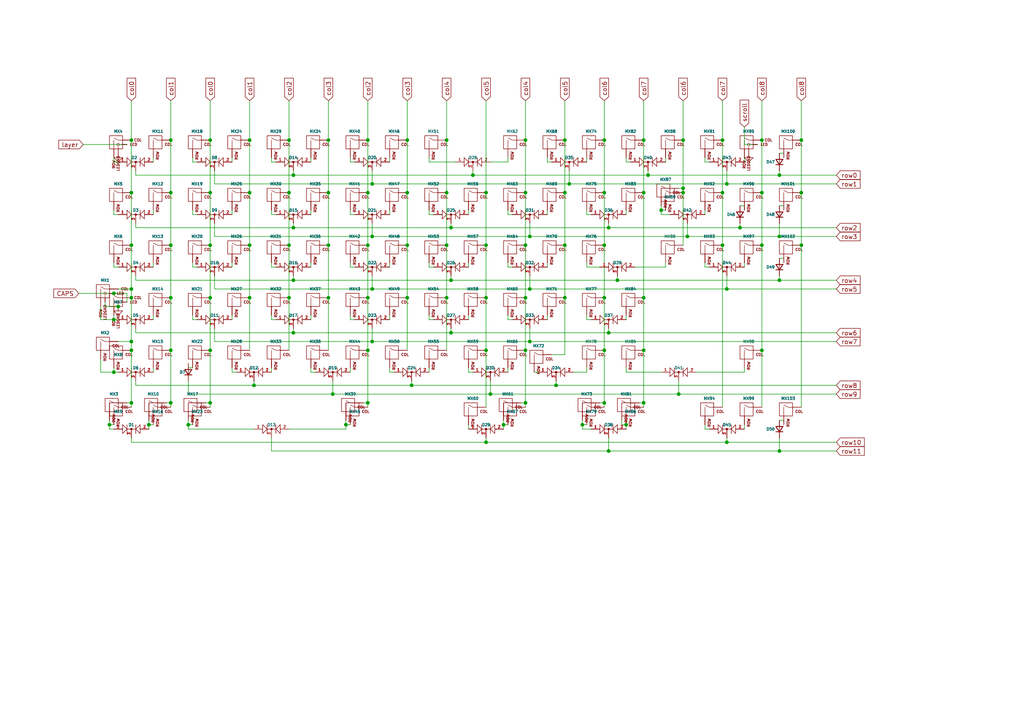
<source format=kicad_sch>
(kicad_sch (version 20230121) (generator eeschema)
  (paper "A4")
  (junction (at 214.63 66.04))
  (junction (at 34.29 88.9))
  (junction (at 186.69 40.64) (diameter 0.9144))
  (junction (at 72.39 40.64) (diameter 0.9144))
  (junction (at 210.82 128.27))
  (junction (at 163.83 55.88) (diameter 0.9144))
  (junction (at 152.4 55.88) (diameter 0.9144))
  (junction (at 60.96 116.84) (diameter 0.9144))
  (junction (at 130.81 96.52))
  (junction (at 198.12 40.64) (diameter 0.9144))
  (junction (at 118.11 55.88) (diameter 0.9144))
  (junction (at 49.53 55.88) (diameter 0.9144))
  (junction (at 220.98 101.6) (diameter 0.9144))
  (junction (at 168.91 123.19) (diameter 0.9144))
  (junction (at 73.66 111.76))
  (junction (at 49.53 116.84) (diameter 0.9144))
  (junction (at 220.98 40.64) (diameter 0.9144))
  (junction (at 60.96 71.12) (diameter 0.9144))
  (junction (at 49.53 86.36) (diameter 0.9144))
  (junction (at 85.09 50.8))
  (junction (at 179.07 81.28))
  (junction (at 153.67 68.58))
  (junction (at 175.26 116.84))
  (junction (at 176.53 66.04))
  (junction (at 232.41 71.12) (diameter 0.9144))
  (junction (at 198.12 54.61))
  (junction (at 38.1 101.6))
  (junction (at 181.61 123.19))
  (junction (at 49.53 71.12) (diameter 0.9144))
  (junction (at 38.1 55.88) (diameter 0.9144))
  (junction (at 107.95 53.34))
  (junction (at 140.97 128.27))
  (junction (at 106.68 40.64) (diameter 0.9144))
  (junction (at 209.55 55.88) (diameter 0.9144))
  (junction (at 83.82 40.64) (diameter 0.9144))
  (junction (at 100.33 123.19) (diameter 0.9144))
  (junction (at 33.02 107.95))
  (junction (at 54.61 123.19) (diameter 0.9144))
  (junction (at 49.53 101.6) (diameter 0.9144))
  (junction (at 38.1 83.82))
  (junction (at 226.06 50.8))
  (junction (at 85.09 96.52))
  (junction (at 118.11 71.12) (diameter 0.9144))
  (junction (at 163.83 71.12) (diameter 0.9144))
  (junction (at 140.97 71.12) (diameter 0.9144))
  (junction (at 33.02 85.09))
  (junction (at 33.02 92.71))
  (junction (at 129.54 86.36) (diameter 0.9144))
  (junction (at 153.67 83.82))
  (junction (at 175.26 40.64) (diameter 0.9144))
  (junction (at 153.67 99.06))
  (junction (at 161.29 111.76))
  (junction (at 95.25 55.88) (diameter 0.9144))
  (junction (at 106.68 116.84) (diameter 0.9144))
  (junction (at 210.82 83.82))
  (junction (at 232.41 55.88) (diameter 0.9144))
  (junction (at 38.1 86.36))
  (junction (at 186.69 55.88) (diameter 0.9144))
  (junction (at 60.96 101.6) (diameter 0.9144))
  (junction (at 220.98 55.88) (diameter 0.9144))
  (junction (at 175.26 71.12) (diameter 0.9144))
  (junction (at 129.54 71.12) (diameter 0.9144))
  (junction (at 119.38 111.76))
  (junction (at 140.97 101.6) (diameter 0.9144))
  (junction (at 107.95 83.82))
  (junction (at 187.96 50.8))
  (junction (at 165.1 53.34))
  (junction (at 72.39 55.88) (diameter 0.9144))
  (junction (at 140.97 86.36) (diameter 0.9144))
  (junction (at 83.82 55.88) (diameter 0.9144))
  (junction (at 38.1 71.12) (diameter 0.9144))
  (junction (at 60.96 40.64) (diameter 0.9144))
  (junction (at 175.26 101.6))
  (junction (at 176.53 130.81))
  (junction (at 106.68 86.36) (diameter 0.9144))
  (junction (at 176.53 96.52))
  (junction (at 129.54 55.88) (diameter 0.9144))
  (junction (at 38.1 40.64) (diameter 0.9144))
  (junction (at 186.69 116.84) (diameter 0.9144))
  (junction (at 83.82 71.12) (diameter 0.9144))
  (junction (at 175.26 86.36) (diameter 0.9144))
  (junction (at 186.69 86.36))
  (junction (at 49.53 40.64) (diameter 0.9144))
  (junction (at 146.05 123.19) (diameter 0.9144))
  (junction (at 152.4 40.64) (diameter 0.9144))
  (junction (at 226.06 130.81))
  (junction (at 85.09 66.04))
  (junction (at 38.1 116.84) (diameter 0.9144))
  (junction (at 163.83 40.64) (diameter 0.9144))
  (junction (at 31.75 123.19) (diameter 0.9144))
  (junction (at 95.25 71.12) (diameter 0.9144))
  (junction (at 95.25 86.36) (diameter 0.9144))
  (junction (at 152.4 86.36) (diameter 0.9144))
  (junction (at 199.39 68.58))
  (junction (at 226.06 68.58))
  (junction (at 152.4 71.12) (diameter 0.9144))
  (junction (at 107.95 68.58))
  (junction (at 106.68 101.6) (diameter 0.9144))
  (junction (at 43.18 123.19) (diameter 0.9144))
  (junction (at 130.81 81.28))
  (junction (at 60.96 55.88) (diameter 0.9144))
  (junction (at 220.98 71.12) (diameter 0.9144))
  (junction (at 106.68 71.12) (diameter 0.9144))
  (junction (at 209.55 71.12) (diameter 0.9144))
  (junction (at 107.95 99.06))
  (junction (at 198.12 55.88))
  (junction (at 118.11 40.64) (diameter 0.9144))
  (junction (at 129.54 40.64) (diameter 0.9144))
  (junction (at 85.09 81.28))
  (junction (at 152.4 101.6) (diameter 0.9144))
  (junction (at 140.97 55.88) (diameter 0.9144))
  (junction (at 196.85 114.3))
  (junction (at 210.82 53.34))
  (junction (at 175.26 55.88) (diameter 0.9144))
  (junction (at 191.77 60.96) (diameter 0.9144))
  (junction (at 72.39 86.36) (diameter 0.9144))
  (junction (at 186.69 101.6) (diameter 0.9144))
  (junction (at 106.68 55.88) (diameter 0.9144))
  (junction (at 163.83 86.36) (diameter 0.9144))
  (junction (at 83.82 86.36) (diameter 0.9144))
  (junction (at 226.06 81.28))
  (junction (at 137.16 50.8))
  (junction (at 130.81 66.04))
  (junction (at 96.52 114.3))
  (junction (at 232.41 40.64) (diameter 0.9144))
  (junction (at 72.39 71.12) (diameter 0.9144))
  (junction (at 95.25 40.64) (diameter 0.9144))
  (junction (at 118.11 86.36) (diameter 0.9144))
  (junction (at 38.1 99.06))
  (junction (at 152.4 116.84) (diameter 0.9144))
  (junction (at 142.24 114.3))
  (junction (at 60.96 86.36) (diameter 0.9144))
  (junction (at 209.55 40.64) (diameter 0.9144))
  (wire (pts (xy 153.67 99.06) (xy 242.57 99.06)))
  (wire (pts (xy 163.83 55.88) (xy 163.83 71.12)))
  (wire (pts (xy 38.1 83.82) (xy 38.1 86.36)))
  (wire (pts (xy 85.09 81.28) (xy 130.81 81.28)))
  (wire (pts (xy 100.33 121.92) (xy 100.33 123.19)))
  (wire (pts (xy 170.18 60.96) (xy 170.18 62.23)))
  (wire (pts (xy 179.07 81.28) (xy 226.06 81.28)))
  (wire (pts (xy 193.04 76.2) (xy 193.04 77.47)))
  (wire (pts (xy 176.53 130.81) (xy 226.06 130.81)))
  (wire (pts (xy 142.24 46.99) (xy 147.32 46.99)))
  (wire (pts (xy 118.11 86.36) (xy 118.11 101.6)))
  (wire (pts (xy 39.37 80.01) (xy 39.37 81.28)))
  (wire (pts (xy 101.6 91.44) (xy 101.6 92.71)))
  (wire (pts (xy 196.85 110.49) (xy 196.85 114.3)))
  (wire (pts (xy 151.13 116.84) (xy 152.4 116.84)))
  (wire (pts (xy 90.17 91.44) (xy 90.17 92.71)))
  (wire (pts (xy 54.61 123.19) (xy 55.88 123.19)))
  (wire (pts (xy 226.06 50.8) (xy 242.57 50.8)))
  (wire (pts (xy 175.26 101.6) (xy 175.26 116.84)))
  (wire (pts (xy 118.11 40.64) (xy 118.11 55.88)))
  (wire (pts (xy 33.02 107.95) (xy 34.29 107.95)))
  (wire (pts (xy 168.91 124.46) (xy 171.45 124.46)))
  (wire (pts (xy 187.96 50.8) (xy 226.06 50.8)))
  (wire (pts (xy 196.85 114.3) (xy 242.57 114.3)))
  (wire (pts (xy 140.97 86.36) (xy 140.97 101.6)))
  (wire (pts (xy 54.61 124.46) (xy 73.66 124.46)))
  (wire (pts (xy 44.45 76.2) (xy 44.45 77.47)))
  (wire (pts (xy 62.23 68.58) (xy 107.95 68.58)))
  (wire (pts (xy 214.63 66.04) (xy 242.57 66.04)))
  (wire (pts (xy 83.82 40.64) (xy 83.82 55.88)))
  (wire (pts (xy 170.18 77.47) (xy 170.18 76.2)))
  (wire (pts (xy 220.98 40.64) (xy 220.98 55.88)))
  (wire (pts (xy 198.12 54.61) (xy 198.12 55.88)))
  (wire (pts (xy 140.97 29.21) (xy 140.97 55.88)))
  (wire (pts (xy 49.53 71.12) (xy 49.53 86.36)))
  (wire (pts (xy 209.55 71.12) (xy 209.55 118.11)))
  (wire (pts (xy 78.74 46.99) (xy 80.01 46.99)))
  (wire (pts (xy 124.46 46.99) (xy 132.08 46.99)))
  (wire (pts (xy 135.89 123.19) (xy 135.89 124.46)))
  (wire (pts (xy 118.11 71.12) (xy 118.11 86.36)))
  (wire (pts (xy 55.88 76.2) (xy 55.88 77.47)))
  (wire (pts (xy 152.4 71.12) (xy 152.4 86.36)))
  (wire (pts (xy 113.03 106.68) (xy 113.03 107.95)))
  (wire (pts (xy 33.02 60.96) (xy 33.02 62.23)))
  (wire (pts (xy 124.46 45.72) (xy 124.46 46.99)))
  (wire (pts (xy 34.29 83.82) (xy 38.1 83.82)))
  (wire (pts (xy 72.39 71.12) (xy 72.39 86.36)))
  (wire (pts (xy 43.18 121.92) (xy 43.18 123.19)))
  (wire (pts (xy 129.54 55.88) (xy 129.54 71.12)))
  (wire (pts (xy 85.09 80.01) (xy 85.09 81.28)))
  (wire (pts (xy 38.1 86.36) (xy 38.1 99.06)))
  (wire (pts (xy 113.03 76.2) (xy 113.03 77.47)))
  (wire (pts (xy 153.67 83.82) (xy 210.82 83.82)))
  (wire (pts (xy 29.21 104.14) (xy 29.21 107.95)))
  (wire (pts (xy 106.68 55.88) (xy 106.68 71.12)))
  (wire (pts (xy 107.95 64.77) (xy 107.95 68.58)))
  (wire (pts (xy 62.23 99.06) (xy 107.95 99.06)))
  (wire (pts (xy 106.68 29.21) (xy 106.68 40.64)))
  (wire (pts (xy 67.31 60.96) (xy 67.31 62.23)))
  (wire (pts (xy 210.82 53.34) (xy 242.57 53.34)))
  (wire (pts (xy 175.26 116.84) (xy 175.26 118.11)))
  (wire (pts (xy 215.9 41.91) (xy 219.71 41.91)))
  (wire (pts (xy 106.68 101.6) (xy 106.68 116.84)))
  (wire (pts (xy 38.1 29.21) (xy 38.1 40.64)))
  (wire (pts (xy 135.89 107.95) (xy 137.16 107.95)))
  (wire (pts (xy 85.09 66.04) (xy 130.81 66.04)))
  (wire (pts (xy 44.45 91.44) (xy 44.45 92.71)))
  (wire (pts (xy 38.1 101.6) (xy 38.1 116.84)))
  (wire (pts (xy 168.91 123.19) (xy 168.91 124.46)))
  (wire (pts (xy 29.21 88.9) (xy 29.21 92.71)))
  (wire (pts (xy 147.32 91.44) (xy 147.32 92.71)))
  (wire (pts (xy 232.41 55.88) (xy 232.41 71.12)))
  (wire (pts (xy 140.97 127) (xy 140.97 128.27)))
  (wire (pts (xy 232.41 29.21) (xy 232.41 40.64)))
  (wire (pts (xy 39.37 111.76) (xy 73.66 111.76)))
  (wire (pts (xy 140.97 55.88) (xy 140.97 71.12)))
  (wire (pts (xy 30.48 87.63) (xy 30.48 88.9)))
  (wire (pts (xy 215.9 36.83) (xy 215.9 41.91)))
  (wire (pts (xy 83.82 55.88) (xy 83.82 71.12)))
  (wire (pts (xy 38.1 99.06) (xy 38.1 101.6)))
  (wire (pts (xy 163.83 29.21) (xy 163.83 40.64)))
  (wire (pts (xy 33.02 91.44) (xy 33.02 92.71)))
  (wire (pts (xy 83.82 124.46) (xy 100.33 124.46)))
  (wire (pts (xy 55.88 92.71) (xy 57.15 92.71)))
  (wire (pts (xy 158.75 46.99) (xy 160.02 46.99)))
  (wire (pts (xy 186.69 40.64) (xy 186.69 55.88)))
  (wire (pts (xy 226.06 59.69) (xy 227.33 59.69)))
  (wire (pts (xy 39.37 50.8) (xy 85.09 50.8)))
  (wire (pts (xy 48.26 116.84) (xy 49.53 116.84)))
  (wire (pts (xy 165.1 53.34) (xy 210.82 53.34)))
  (wire (pts (xy 187.96 49.53) (xy 187.96 50.8)))
  (wire (pts (xy 158.75 76.2) (xy 158.75 77.47)))
  (wire (pts (xy 60.96 101.6) (xy 60.96 116.84)))
  (wire (pts (xy 31.75 121.92) (xy 31.75 123.19)))
  (wire (pts (xy 62.23 53.34) (xy 107.95 53.34)))
  (wire (pts (xy 147.32 76.2) (xy 147.32 77.47)))
  (wire (pts (xy 181.61 60.96) (xy 181.61 62.23)))
  (wire (pts (xy 209.55 29.21) (xy 209.55 40.64)))
  (wire (pts (xy 101.6 76.2) (xy 101.6 77.47)))
  (wire (pts (xy 49.53 29.21) (xy 49.53 40.64)))
  (wire (pts (xy 78.74 60.96) (xy 78.74 62.23)))
  (wire (pts (xy 204.47 45.72) (xy 204.47 46.99)))
  (wire (pts (xy 22.86 85.09) (xy 33.02 85.09)))
  (wire (pts (xy 154.94 107.95) (xy 156.21 107.95)))
  (wire (pts (xy 90.17 76.2) (xy 90.17 77.47)))
  (wire (pts (xy 55.88 45.72) (xy 55.88 46.99)))
  (wire (pts (xy 147.32 46.99) (xy 147.32 45.72)))
  (wire (pts (xy 158.75 60.96) (xy 158.75 62.23)))
  (wire (pts (xy 191.77 60.96) (xy 191.77 62.23)))
  (wire (pts (xy 72.39 86.36) (xy 72.39 101.6)))
  (wire (pts (xy 232.41 71.12) (xy 232.41 118.11)))
  (wire (pts (xy 226.06 64.77) (xy 226.06 68.58)))
  (wire (pts (xy 33.02 76.2) (xy 33.02 77.47)))
  (wire (pts (xy 78.74 45.72) (xy 78.74 46.99)))
  (wire (pts (xy 49.53 116.84) (xy 49.53 118.11)))
  (wire (pts (xy 130.81 80.01) (xy 130.81 81.28)))
  (wire (pts (xy 191.77 60.96) (xy 193.04 60.96)))
  (wire (pts (xy 78.74 76.2) (xy 78.74 77.47)))
  (wire (pts (xy 226.06 130.81) (xy 242.57 130.81)))
  (wire (pts (xy 220.98 101.6) (xy 220.98 118.11)))
  (wire (pts (xy 153.67 68.58) (xy 199.39 68.58)))
  (wire (pts (xy 176.53 95.25) (xy 176.53 96.52)))
  (wire (pts (xy 129.54 71.12) (xy 129.54 86.36)))
  (wire (pts (xy 67.31 45.72) (xy 67.31 46.99)))
  (wire (pts (xy 59.69 116.84) (xy 60.96 116.84)))
  (wire (pts (xy 130.81 95.25) (xy 130.81 96.52)))
  (wire (pts (xy 130.81 96.52) (xy 176.53 96.52)))
  (wire (pts (xy 38.1 40.64) (xy 38.1 55.88)))
  (wire (pts (xy 31.75 123.19) (xy 33.02 123.19)))
  (wire (pts (xy 38.1 71.12) (xy 38.1 83.82)))
  (wire (pts (xy 140.97 101.6) (xy 140.97 118.11)))
  (wire (pts (xy 107.95 95.25) (xy 107.95 99.06)))
  (wire (pts (xy 181.61 123.19) (xy 181.61 124.46)))
  (wire (pts (xy 73.66 110.49) (xy 73.66 111.76)))
  (wire (pts (xy 54.61 105.41) (xy 54.61 106.68)))
  (wire (pts (xy 78.74 106.68) (xy 78.74 107.95)))
  (wire (pts (xy 38.1 116.84) (xy 38.1 118.11)))
  (wire (pts (xy 90.17 107.95) (xy 91.44 107.95)))
  (wire (pts (xy 152.4 116.84) (xy 152.4 118.11)))
  (wire (pts (xy 232.41 40.64) (xy 232.41 55.88)))
  (wire (pts (xy 90.17 60.96) (xy 90.17 62.23)))
  (wire (pts (xy 36.83 85.09) (xy 33.02 85.09)))
  (wire (pts (xy 105.41 116.84) (xy 106.68 116.84)))
  (wire (pts (xy 175.26 40.64) (xy 175.26 55.88)))
  (wire (pts (xy 158.75 91.44) (xy 158.75 92.71)))
  (wire (pts (xy 107.95 83.82) (xy 153.67 83.82)))
  (wire (pts (xy 160.02 102.87) (xy 163.83 102.87)))
  (wire (pts (xy 33.02 92.71) (xy 34.29 92.71)))
  (wire (pts (xy 163.83 71.12) (xy 163.83 86.36)))
  (wire (pts (xy 226.06 121.92) (xy 227.33 121.92)))
  (wire (pts (xy 226.06 74.93) (xy 227.33 74.93)))
  (wire (pts (xy 83.82 86.36) (xy 83.82 101.6)))
  (wire (pts (xy 153.67 95.25) (xy 153.67 99.06)))
  (wire (pts (xy 55.88 77.47) (xy 57.15 77.47)))
  (wire (pts (xy 153.67 80.01) (xy 153.67 83.82)))
  (wire (pts (xy 62.23 49.53) (xy 62.23 53.34)))
  (wire (pts (xy 215.9 59.69) (xy 215.9 60.96)))
  (wire (pts (xy 39.37 66.04) (xy 85.09 66.04)))
  (wire (pts (xy 210.82 83.82) (xy 242.57 83.82)))
  (wire (pts (xy 227.33 44.45) (xy 227.33 45.72)))
  (wire (pts (xy 170.18 91.44) (xy 170.18 92.71)))
  (wire (pts (xy 34.29 99.06) (xy 38.1 99.06)))
  (wire (pts (xy 85.09 49.53) (xy 85.09 50.8)))
  (wire (pts (xy 176.53 96.52) (xy 242.57 96.52)))
  (wire (pts (xy 107.95 49.53) (xy 107.95 53.34)))
  (wire (pts (xy 54.61 106.68) (xy 55.88 106.68)))
  (wire (pts (xy 142.24 110.49) (xy 142.24 114.3)))
  (wire (pts (xy 129.54 86.36) (xy 129.54 101.6)))
  (wire (pts (xy 101.6 62.23) (xy 102.87 62.23)))
  (wire (pts (xy 186.69 86.36) (xy 186.69 101.6)))
  (wire (pts (xy 54.61 123.19) (xy 54.61 124.46)))
  (wire (pts (xy 129.54 29.21) (xy 129.54 40.64)))
  (wire (pts (xy 39.37 95.25) (xy 39.37 96.52)))
  (wire (pts (xy 72.39 40.64) (xy 72.39 55.88)))
  (wire (pts (xy 90.17 45.72) (xy 90.17 46.99)))
  (wire (pts (xy 44.45 106.68) (xy 44.45 107.95)))
  (wire (pts (xy 60.96 116.84) (xy 60.96 118.11)))
  (wire (pts (xy 204.47 124.46) (xy 205.74 124.46)))
  (wire (pts (xy 33.02 77.47) (xy 34.29 77.47)))
  (wire (pts (xy 186.69 116.84) (xy 186.69 101.6)))
  (wire (pts (xy 101.6 77.47) (xy 102.87 77.47)))
  (wire (pts (xy 124.46 106.68) (xy 124.46 107.95)))
  (wire (pts (xy 191.77 59.69) (xy 191.77 60.96)))
  (wire (pts (xy 101.6 60.96) (xy 101.6 62.23)))
  (wire (pts (xy 62.23 64.77) (xy 62.23 68.58)))
  (wire (pts (xy 227.33 74.93) (xy 227.33 76.2)))
  (wire (pts (xy 95.25 71.12) (xy 95.25 86.36)))
  (wire (pts (xy 43.18 123.19) (xy 43.18 124.46)))
  (wire (pts (xy 220.98 29.21) (xy 220.98 40.64)))
  (wire (pts (xy 210.82 128.27) (xy 242.57 128.27)))
  (wire (pts (xy 170.18 62.23) (xy 171.45 62.23)))
  (wire (pts (xy 201.93 107.95) (xy 215.9 107.95)))
  (wire (pts (xy 36.83 87.63) (xy 36.83 85.09)))
  (wire (pts (xy 165.1 49.53) (xy 165.1 53.34)))
  (wire (pts (xy 180.34 121.92) (xy 180.34 123.19)))
  (wire (pts (xy 152.4 86.36) (xy 152.4 101.6)))
  (wire (pts (xy 49.53 101.6) (xy 49.53 116.84)))
  (wire (pts (xy 38.1 128.27) (xy 140.97 128.27)))
  (wire (pts (xy 118.11 55.88) (xy 118.11 71.12)))
  (wire (pts (xy 147.32 77.47) (xy 148.59 77.47)))
  (wire (pts (xy 101.6 45.72) (xy 101.6 46.99)))
  (wire (pts (xy 101.6 46.99) (xy 102.87 46.99)))
  (wire (pts (xy 85.09 64.77) (xy 85.09 66.04)))
  (wire (pts (xy 210.82 49.53) (xy 210.82 53.34)))
  (wire (pts (xy 146.05 121.92) (xy 146.05 123.19)))
  (wire (pts (xy 107.95 99.06) (xy 153.67 99.06)))
  (wire (pts (xy 152.4 55.88) (xy 152.4 71.12)))
  (wire (pts (xy 227.33 121.92) (xy 227.33 123.19)))
  (wire (pts (xy 39.37 81.28) (xy 85.09 81.28)))
  (wire (pts (xy 113.03 45.72) (xy 113.03 46.99)))
  (wire (pts (xy 95.25 55.88) (xy 95.25 71.12)))
  (wire (pts (xy 140.97 71.12) (xy 140.97 86.36)))
  (wire (pts (xy 204.47 123.19) (xy 204.47 124.46)))
  (wire (pts (xy 29.21 107.95) (xy 33.02 107.95)))
  (wire (pts (xy 60.96 29.21) (xy 60.96 40.64)))
  (wire (pts (xy 186.69 29.21) (xy 186.69 40.64)))
  (wire (pts (xy 226.06 127) (xy 226.06 130.81)))
  (wire (pts (xy 96.52 110.49) (xy 96.52 114.3)))
  (wire (pts (xy 33.02 62.23) (xy 34.29 62.23)))
  (wire (pts (xy 60.96 86.36) (xy 60.96 101.6)))
  (wire (pts (xy 54.61 121.92) (xy 54.61 123.19)))
  (wire (pts (xy 226.06 49.53) (xy 226.06 50.8)))
  (wire (pts (xy 198.12 29.21) (xy 198.12 40.64)))
  (wire (pts (xy 130.81 81.28) (xy 179.07 81.28)))
  (wire (pts (xy 152.4 40.64) (xy 152.4 55.88)))
  (wire (pts (xy 175.26 86.36) (xy 175.26 101.6)))
  (wire (pts (xy 83.82 29.21) (xy 83.82 40.64)))
  (wire (pts (xy 33.02 46.99) (xy 34.29 46.99)))
  (wire (pts (xy 181.61 91.44) (xy 181.61 92.71)))
  (wire (pts (xy 179.07 80.01) (xy 179.07 81.28)))
  (wire (pts (xy 106.68 40.64) (xy 106.68 55.88)))
  (wire (pts (xy 119.38 111.76) (xy 161.29 111.76)))
  (wire (pts (xy 170.18 92.71) (xy 171.45 92.71)))
  (wire (pts (xy 137.16 49.53) (xy 137.16 50.8)))
  (wire (pts (xy 215.9 45.72) (xy 215.9 46.99)))
  (wire (pts (xy 55.88 62.23) (xy 57.15 62.23)))
  (wire (pts (xy 85.09 95.25) (xy 85.09 96.52)))
  (wire (pts (xy 44.45 60.96) (xy 44.45 62.23)))
  (wire (pts (xy 175.26 71.12) (xy 175.26 86.36)))
  (wire (pts (xy 210.82 80.01) (xy 210.82 83.82)))
  (wire (pts (xy 173.99 116.84) (xy 175.26 116.84)))
  (wire (pts (xy 36.83 116.84) (xy 38.1 116.84)))
  (wire (pts (xy 54.61 114.3) (xy 96.52 114.3)))
  (wire (pts (xy 33.02 45.72) (xy 33.02 46.99)))
  (wire (pts (xy 215.9 76.2) (xy 215.9 77.47)))
  (wire (pts (xy 67.31 76.2) (xy 67.31 77.47)))
  (wire (pts (xy 214.63 59.69) (xy 215.9 59.69)))
  (wire (pts (xy 78.74 92.71) (xy 80.01 92.71)))
  (wire (pts (xy 124.46 62.23) (xy 125.73 62.23)))
  (wire (pts (xy 31.75 124.46) (xy 33.02 124.46)))
  (wire (pts (xy 67.31 107.95) (xy 68.58 107.95)))
  (wire (pts (xy 226.06 81.28) (xy 242.57 81.28)))
  (wire (pts (xy 55.88 60.96) (xy 55.88 62.23)))
  (wire (pts (xy 54.61 110.49) (xy 54.61 114.3)))
  (wire (pts (xy 78.74 62.23) (xy 80.01 62.23)))
  (wire (pts (xy 60.96 71.12) (xy 60.96 86.36)))
  (wire (pts (xy 199.39 68.58) (xy 226.06 68.58)))
  (wire (pts (xy 191.77 62.23) (xy 194.31 62.23)))
  (wire (pts (xy 90.17 106.68) (xy 90.17 107.95)))
  (wire (pts (xy 226.06 80.01) (xy 226.06 81.28)))
  (wire (pts (xy 146.05 123.19) (xy 146.05 124.46)))
  (wire (pts (xy 135.89 76.2) (xy 135.89 77.47)))
  (wire (pts (xy 31.75 123.19) (xy 31.75 124.46)))
  (wire (pts (xy 181.61 107.95) (xy 191.77 107.95)))
  (wire (pts (xy 85.09 96.52) (xy 130.81 96.52)))
  (wire (pts (xy 67.31 106.68) (xy 67.31 107.95)))
  (wire (pts (xy 119.38 110.49) (xy 119.38 111.76)))
  (wire (pts (xy 226.06 68.58) (xy 242.57 68.58)))
  (wire (pts (xy 135.89 106.68) (xy 135.89 107.95)))
  (wire (pts (xy 55.88 91.44) (xy 55.88 92.71)))
  (wire (pts (xy 142.24 114.3) (xy 196.85 114.3)))
  (wire (pts (xy 147.32 60.96) (xy 147.32 62.23)))
  (wire (pts (xy 106.68 71.12) (xy 106.68 86.36)))
  (wire (pts (xy 34.29 88.9) (xy 34.29 90.17)))
  (wire (pts (xy 107.95 68.58) (xy 153.67 68.58)))
  (wire (pts (xy 113.03 107.95) (xy 114.3 107.95)))
  (wire (pts (xy 176.53 66.04) (xy 214.63 66.04)))
  (wire (pts (xy 49.53 86.36) (xy 49.53 101.6)))
  (wire (pts (xy 78.74 127) (xy 78.74 130.81)))
  (wire (pts (xy 135.89 91.44) (xy 135.89 92.71)))
  (wire (pts (xy 204.47 76.2) (xy 204.47 77.47)))
  (wire (pts (xy 124.46 76.2) (xy 124.46 77.47)))
  (wire (pts (xy 186.69 55.88) (xy 186.69 86.36)))
  (wire (pts (xy 181.61 106.68) (xy 181.61 107.95)))
  (wire (pts (xy 113.03 60.96) (xy 113.03 62.23)))
  (wire (pts (xy 39.37 64.77) (xy 39.37 66.04)))
  (wire (pts (xy 135.89 60.96) (xy 135.89 62.23)))
  (wire (pts (xy 60.96 40.64) (xy 60.96 55.88)))
  (wire (pts (xy 215.9 123.19) (xy 215.9 124.46)))
  (wire (pts (xy 199.39 64.77) (xy 199.39 68.58)))
  (wire (pts (xy 152.4 29.21) (xy 152.4 40.64)))
  (wire (pts (xy 137.16 50.8) (xy 187.96 50.8)))
  (wire (pts (xy 30.48 88.9) (xy 34.29 88.9)))
  (wire (pts (xy 146.05 123.19) (xy 147.32 123.19)))
  (wire (pts (xy 209.55 55.88) (xy 209.55 71.12)))
  (wire (pts (xy 176.53 64.77) (xy 176.53 66.04)))
  (wire (pts (xy 220.98 55.88) (xy 220.98 71.12)))
  (wire (pts (xy 147.32 62.23) (xy 148.59 62.23)))
  (wire (pts (xy 39.37 110.49) (xy 39.37 111.76)))
  (wire (pts (xy 73.66 111.76) (xy 119.38 111.76)))
  (wire (pts (xy 100.33 123.19) (xy 101.6 123.19)))
  (wire (pts (xy 153.67 64.77) (xy 153.67 68.58)))
  (wire (pts (xy 181.61 45.72) (xy 181.61 46.99)))
  (wire (pts (xy 55.88 46.99) (xy 57.15 46.99)))
  (wire (pts (xy 124.46 92.71) (xy 125.73 92.71)))
  (wire (pts (xy 185.42 116.84) (xy 186.69 116.84)))
  (wire (pts (xy 118.11 29.21) (xy 118.11 40.64)))
  (wire (pts (xy 176.53 127) (xy 176.53 130.81)))
  (wire (pts (xy 39.37 49.53) (xy 39.37 50.8)))
  (wire (pts (xy 184.15 77.47) (xy 193.04 77.47)))
  (wire (pts (xy 100.33 124.46) (xy 100.33 123.19)))
  (wire (pts (xy 33.02 106.68) (xy 33.02 107.95)))
  (wire (pts (xy 130.81 64.77) (xy 130.81 66.04)))
  (wire (pts (xy 78.74 130.81) (xy 176.53 130.81)))
  (wire (pts (xy 60.96 55.88) (xy 60.96 71.12)))
  (wire (pts (xy 85.09 50.8) (xy 137.16 50.8)))
  (wire (pts (xy 161.29 111.76) (xy 242.57 111.76)))
  (wire (pts (xy 186.69 116.84) (xy 186.69 118.11)))
  (wire (pts (xy 204.47 77.47) (xy 205.74 77.47)))
  (wire (pts (xy 152.4 101.6) (xy 152.4 116.84)))
  (wire (pts (xy 107.95 80.01) (xy 107.95 83.82)))
  (wire (pts (xy 130.81 66.04) (xy 176.53 66.04)))
  (wire (pts (xy 95.25 29.21) (xy 95.25 40.64)))
  (wire (pts (xy 101.6 106.68) (xy 101.6 107.95)))
  (wire (pts (xy 113.03 91.44) (xy 113.03 92.71)))
  (wire (pts (xy 168.91 123.19) (xy 170.18 123.19)))
  (wire (pts (xy 163.83 40.64) (xy 163.83 55.88)))
  (wire (pts (xy 44.45 45.72) (xy 44.45 46.99)))
  (wire (pts (xy 215.9 107.95) (xy 215.9 106.68)))
  (wire (pts (xy 124.46 91.44) (xy 124.46 92.71)))
  (wire (pts (xy 124.46 77.47) (xy 125.73 77.47)))
  (wire (pts (xy 226.06 44.45) (xy 227.33 44.45)))
  (wire (pts (xy 175.26 55.88) (xy 175.26 71.12)))
  (wire (pts (xy 107.95 53.34) (xy 165.1 53.34)))
  (wire (pts (xy 147.32 106.68) (xy 147.32 107.95)))
  (wire (pts (xy 49.53 55.88) (xy 49.53 71.12)))
  (wire (pts (xy 62.23 83.82) (xy 107.95 83.82)))
  (wire (pts (xy 78.74 91.44) (xy 78.74 92.71)))
  (wire (pts (xy 43.18 123.19) (xy 44.45 123.19)))
  (wire (pts (xy 210.82 127) (xy 210.82 128.27)))
  (wire (pts (xy 129.54 40.64) (xy 129.54 55.88)))
  (wire (pts (xy 72.39 29.21) (xy 72.39 40.64)))
  (wire (pts (xy 147.32 92.71) (xy 148.59 92.71)))
  (wire (pts (xy 95.25 86.36) (xy 95.25 101.6)))
  (wire (pts (xy 166.37 107.95) (xy 170.18 107.95)))
  (wire (pts (xy 78.74 77.47) (xy 80.01 77.47)))
  (wire (pts (xy 198.12 40.64) (xy 198.12 54.61)))
  (wire (pts (xy 38.1 55.88) (xy 38.1 71.12)))
  (wire (pts (xy 106.68 86.36) (xy 106.68 101.6)))
  (wire (pts (xy 39.37 96.52) (xy 85.09 96.52)))
  (wire (pts (xy 158.75 45.72) (xy 158.75 46.99)))
  (wire (pts (xy 204.47 60.96) (xy 204.47 62.23)))
  (wire (pts (xy 196.85 54.61) (xy 198.12 54.61)))
  (wire (pts (xy 83.82 71.12) (xy 83.82 86.36)))
  (wire (pts (xy 163.83 102.87) (xy 163.83 86.36)))
  (wire (pts (xy 180.34 123.19) (xy 181.61 123.19)))
  (wire (pts (xy 24.13 41.91) (xy 36.83 41.91)))
  (wire (pts (xy 168.91 121.92) (xy 168.91 123.19)))
  (wire (pts (xy 227.33 59.69) (xy 227.33 60.96)))
  (wire (pts (xy 67.31 91.44) (xy 67.31 92.71)))
  (wire (pts (xy 175.26 29.21) (xy 175.26 40.64)))
  (wire (pts (xy 209.55 40.64) (xy 209.55 55.88)))
  (wire (pts (xy 124.46 60.96) (xy 124.46 62.23)))
  (wire (pts (xy 38.1 127) (xy 38.1 128.27)))
  (wire (pts (xy 49.53 40.64) (xy 49.53 55.88)))
  (wire (pts (xy 220.98 71.12) (xy 220.98 101.6)))
  (wire (pts (xy 214.63 64.77) (xy 214.63 66.04)))
  (wire (pts (xy 29.21 92.71) (xy 33.02 92.71)))
  (wire (pts (xy 161.29 110.49) (xy 161.29 111.76)))
  (wire (pts (xy 193.04 45.72) (xy 193.04 46.99)))
  (wire (pts (xy 170.18 106.68) (xy 170.18 107.95)))
  (wire (pts (xy 62.23 95.25) (xy 62.23 99.06)))
  (wire (pts (xy 140.97 128.27) (xy 210.82 128.27)))
  (wire (pts (xy 181.61 46.99) (xy 182.88 46.99)))
  (wire (pts (xy 62.23 80.01) (xy 62.23 83.82)))
  (wire (pts (xy 198.12 55.88) (xy 198.12 71.12)))
  (wire (pts (xy 106.68 116.84) (xy 106.68 118.11)))
  (wire (pts (xy 72.39 55.88) (xy 72.39 71.12)))
  (wire (pts (xy 101.6 92.71) (xy 102.87 92.71)))
  (wire (pts (xy 170.18 77.47) (xy 173.99 77.47)))
  (wire (pts (xy 170.18 45.72) (xy 170.18 46.99)))
  (wire (pts (xy 95.25 40.64) (xy 95.25 55.88)))
  (wire (pts (xy 204.47 46.99) (xy 205.74 46.99)))
  (wire (pts (xy 96.52 114.3) (xy 142.24 114.3)))
  (global_label "row9" (shape input) (at 242.57 114.3 0) (property "Intersheetrefs" "${INTERSHEET_REFS}" (effects hide)))
  (global_label "col7" (shape input) (at 186.69 29.21 90) (property "Intersheetrefs" "${INTERSHEET_REFS}" (effects hide)))
  (global_label "col3" (shape input) (at 95.25 29.21 90) (property "Intersheetrefs" "${INTERSHEET_REFS}" (effects hide)))
  (global_label "col3" (shape input) (at 118.11 29.21 90) (property "Intersheetrefs" "${INTERSHEET_REFS}" (effects hide)))
  (global_label "row3" (shape input) (at 242.57 68.58 0) (property "Intersheetrefs" "${INTERSHEET_REFS}" (effects hide)))
  (global_label "col6" (shape input) (at 198.12 29.21 90) (property "Intersheetrefs" "${INTERSHEET_REFS}" (effects hide)))
  (global_label "col1" (shape input) (at 72.39 29.21 90) (property "Intersheetrefs" "${INTERSHEET_REFS}" (effects hide)))
  (global_label "row0" (shape input) (at 242.57 50.8 0) (property "Intersheetrefs" "${INTERSHEET_REFS}" (effects hide)))
  (global_label "col4" (shape input) (at 129.54 29.21 90) (property "Intersheetrefs" "${INTERSHEET_REFS}" (effects hide)))
  (global_label "col0" (shape input) (at 38.1 29.21 90) (property "Intersheetrefs" "${INTERSHEET_REFS}" (effects hide)))
  (global_label "col2" (shape input) (at 106.68 29.21 90) (property "Intersheetrefs" "${INTERSHEET_REFS}" (effects hide)))
  (global_label "scroll" (shape input) (at 215.9 36.83 90) (property "Intersheetrefs" "${INTERSHEET_REFS}" (effects hide)))
  (global_label "row7" (shape input) (at 242.57 99.06 0) (property "Intersheetrefs" "${INTERSHEET_REFS}" (effects hide)))
  (global_label "row11" (shape input) (at 242.57 130.81 0) (property "Intersheetrefs" "${INTERSHEET_REFS}" (effects hide)))
  (global_label "col4" (shape input) (at 152.4 29.21 90) (property "Intersheetrefs" "${INTERSHEET_REFS}" (effects hide)))
  (global_label "col5" (shape input) (at 163.83 29.21 90) (property "Intersheetrefs" "${INTERSHEET_REFS}" (effects hide)))
  (global_label "row10" (shape input) (at 242.57 128.27 0) (property "Intersheetrefs" "${INTERSHEET_REFS}" (effects hide)))
  (global_label "row2" (shape input) (at 242.57 66.04 0) (property "Intersheetrefs" "${INTERSHEET_REFS}" (effects hide)))
  (global_label "col1" (shape input) (at 49.53 29.21 90) (property "Intersheetrefs" "${INTERSHEET_REFS}" (effects hide)))
  (global_label "row5" (shape input) (at 242.57 83.82 0) (property "Intersheetrefs" "${INTERSHEET_REFS}" (effects hide)))
  (global_label "col2" (shape input) (at 83.82 29.21 90) (property "Intersheetrefs" "${INTERSHEET_REFS}" (effects hide)))
  (global_label "row6" (shape input) (at 242.57 96.52 0) (property "Intersheetrefs" "${INTERSHEET_REFS}" (effects hide)))
  (global_label "layer" (shape input) (at 24.13 41.91 180) (property "Intersheetrefs" "${INTERSHEET_REFS}" (effects hide)))
  (global_label "row8" (shape input) (at 242.57 111.76 0) (property "Intersheetrefs" "${INTERSHEET_REFS}" (effects hide)))
  (global_label "CAPS" (shape input) (at 22.86 85.09 180) (property "Intersheetrefs" "${INTERSHEET_REFS}" (effects hide)))
  (global_label "row4" (shape input) (at 242.57 81.28 0) (property "Intersheetrefs" "${INTERSHEET_REFS}" (effects hide)))
  (global_label "col0" (shape input) (at 60.96 29.21 90) (property "Intersheetrefs" "${INTERSHEET_REFS}" (effects hide)))
  (global_label "row1" (shape input) (at 242.57 53.34 0) (property "Intersheetrefs" "${INTERSHEET_REFS}" (effects hide)))
  (global_label "col8" (shape input) (at 232.41 29.21 90) (property "Intersheetrefs" "${INTERSHEET_REFS}" (effects hide)))
  (global_label "col5" (shape input) (at 140.97 29.21 90) (property "Intersheetrefs" "${INTERSHEET_REFS}" (effects hide)))
  (global_label "col7" (shape input) (at 209.55 29.21 90) (property "Intersheetrefs" "${INTERSHEET_REFS}" (effects hide)))
  (global_label "col8" (shape input) (at 220.98 29.21 90) (property "Intersheetrefs" "${INTERSHEET_REFS}" (effects hide)))
  (global_label "col6" (shape input) (at 175.26 29.21 90) (property "Intersheetrefs" "${INTERSHEET_REFS}" (effects hide)))
  (symbol (lib_id "FMKC_Parts:MX-NoLED") (at 91.44 72.39 0) (unit 1)
    (property "Reference" "MX36" (at 91.44 68.58 0) (effects (font (size 0.8 0.8))))
    (property "Value" "MX-NoLED" (at 92.3255 67.31 0) (effects (font (size 0.0254 0.0254))))
    (property "Footprint" "MX_Alps_Hybrid:MX-1U-NoLED" (effects hide))
  )
  (symbol (lib_id "FMKC_Parts:BAV70_Small") (at 85.09 62.23 0) (unit 1)
    (property "Reference" "D15" (at 85.09 60.96 0) (effects (font (size 0.8 0.8))))
    (property "Value" "BAV70_Small" (at 85.09 59.69 0) (effects (font (size 0.0254 0.0254))))
    (property "Footprint" "Package_TO_SOT_SMD:SOT-23" (effects hide))
    (property "Datasheet" "https://assets.nexperia.com/documents/data-sheet/BAV70_SER.pdf" (effects hide))
  )
  (symbol (lib_id "FMKC_Parts:BAV70_Small") (at 153.67 92.71 0) (unit 1)
    (property "Reference" "D33" (at 153.67 91.44 0) (effects (font (size 0.8 0.8))))
    (property "Value" "BAV70_Small" (at 153.67 90.17 0) (effects (font (size 0.0254 0.0254))))
    (property "Footprint" "Package_TO_SOT_SMD:SOT-23" (effects hide))
    (property "Datasheet" "https://assets.nexperia.com/documents/data-sheet/BAV70_SER.pdf" (effects hide))
  )
  (symbol (lib_id "FMKC_Parts:MX-NoLED") (at 137.16 57.15 0) (unit 1)
    (property "Reference" "MX56" (at 137.16 53.34 0) (effects (font (size 0.8 0.8))))
    (property "Value" "MX-NoLED" (effects hide))
    (property "Footprint" "MX_Alps_Hybrid:MX-1U-NoLED" (effects hide))
  )
  (symbol (lib_id "FMKC_Parts:MX-NoLED") (at 34.29 119.38 0) (unit 1)
    (property "Reference" "MX9" (at 34.29 119.38 0) (effects (font (size 0.8 0.8))))
    (property "Value" "MX-NoLED" (at 35.1755 114.3 0) (effects (font (size 0.0254 0.0254))))
    (property "Footprint" "MX_Alps_Hybrid:MX-1.5U-NoLED" (effects hide))
  )
  (symbol (lib_id "FMKC_Parts:MX-NoLED") (at 102.87 119.38 0) (unit 1)
    (property "Reference" "MX45" (at 102.87 119.38 0) (effects (font (size 0.8 0.8))))
    (property "Value" "MX-NoLED" (at 103.7555 114.3 0) (effects (font (size 0.0254 0.0254))))
    (property "Footprint" "MX_Alps_Hybrid:MX-7U-ReversedStabilizers-NoLED" (effects hide))
  )
  (symbol (lib_id "FMKC_Parts:MX-NoLED") (at 171.45 57.15 0) (unit 1)
    (property "Reference" "MX75" (at 171.45 53.34 0) (effects (font (size 0.8 0.8))))
    (property "Value" "MX-NoLED" (at 172.3355 52.07 0) (effects (font (size 0.0254 0.0254))))
    (property "Footprint" "MX_Alps_Hybrid:MX-1U-NoLED" (effects hide))
  )
  (symbol (lib_id "FMKC_Parts:BAV70_Small") (at 210.82 77.47 0) (unit 1)
    (property "Reference" "D44" (at 210.82 76.2 0) (effects (font (size 0.8 0.8))))
    (property "Value" "BAV70_Small" (at 210.82 74.93 0) (effects (font (size 0.0254 0.0254))))
    (property "Footprint" "Package_TO_SOT_SMD:SOT-23" (effects hide))
    (property "Datasheet" "https://assets.nexperia.com/documents/data-sheet/BAV70_SER.pdf" (effects hide))
  )
  (symbol (lib_id "Device:D_Small") (at 226.06 46.99 90) (unit 1)
    (property "Reference" "D47" (at 222.25 46.99 90) (effects (font (size 0.8 0.8)) (justify right)))
    (property "Value" "D_Small" (at 228.6 48.8949 90) (effects (font (size 0.0254 0.0254)) (justify right)))
    (property "Footprint" "Diode_SMD:D_SOD-123" (effects hide))
  )
  (symbol (lib_id "FMKC_Parts:MX-NoLED") (at 55.88 118.11 0) (unit 1)
    (property "Reference" "MX17" (at 55.88 114.3 0) (effects (font (size 0.8 0.8))))
    (property "Value" "MX-NoLED" (at 56.7655 113.03 0) (effects (font (size 0.0254 0.0254))))
    (property "Footprint" "MX_Alps_Hybrid:MX-1.25U-NoLED" (effects hide))
  )
  (symbol (lib_id "FMKC_Parts:MX-NoLED") (at 57.15 72.39 0) (unit 1)
    (property "Reference" "MX20" (at 57.15 68.58 0) (effects (font (size 0.8 0.8))))
    (property "Value" "MX-NoLED" (at 58.0355 67.31 0) (effects (font (size 0.0254 0.0254))))
    (property "Footprint" "MX_Alps_Hybrid:MX-1U-NoLED" (effects hide))
  )
  (symbol (lib_id "FMKC_Parts:MX-NoLED") (at 171.45 102.87 0) (unit 1)
    (property "Reference" "MX78" (at 171.45 99.06 0) (effects (font (size 0.8 0.8))))
    (property "Value" "MX-NoLED" (at 172.3355 97.79 0) (effects (font (size 0.0254 0.0254))))
    (property "Footprint" "MX_Alps_Hybrid:MX-1.75U_NoLED" (effects hide))
  )
  (symbol (lib_id "FMKC_Parts:MX-NoLED") (at 182.88 87.63 0) (unit 1)
    (property "Reference" "MX84" (at 182.88 83.82 0) (effects (font (size 0.8 0.8))))
    (property "Value" "MX-NoLED" (at 183.7655 82.55 0) (effects (font (size 0.0254 0.0254))))
    (property "Footprint" "MX_Alps_Hybrid:MX-2.25U-ReversedStabilizers-NoLED" (effects hide))
  )
  (symbol (lib_id "FMKC_Parts:BAV70_Small") (at 78.74 124.46 0) (unit 1)
    (property "Reference" "D13" (at 78.74 123.19 0) (effects (font (size 0.8 0.8))))
    (property "Value" "BAV70_Small" (at 78.74 121.92 0) (effects (font (size 0.0254 0.0254))))
    (property "Footprint" "Package_TO_SOT_SMD:SOT-23" (effects hide))
    (property "Datasheet" "https://assets.nexperia.com/documents/data-sheet/BAV70_SER.pdf" (effects hide))
  )
  (symbol (lib_id "FMKC_Parts:BAV70_Small") (at 176.53 124.46 0) (unit 1)
    (property "Reference" "D38" (at 176.53 123.19 0) (effects (font (size 0.8 0.8))))
    (property "Value" "BAV70_Small" (at 176.53 121.92 0) (effects (font (size 0.0254 0.0254))))
    (property "Footprint" "Package_TO_SOT_SMD:SOT-23" (effects hide))
    (property "Datasheet" "https://assets.nexperia.com/documents/data-sheet/BAV70_SER.pdf" (effects hide))
  )
  (symbol (lib_id "FMKC_Parts:MX-NoLED") (at 148.59 119.38 0) (unit 1)
    (property "Reference" "MX67" (at 148.59 119.38 0) (effects (font (size 0.8 0.8))))
    (property "Value" "MX-NoLED" (at 149.4755 114.3 0) (effects (font (size 0.0254 0.0254))))
    (property "Footprint" "MX_Alps_Hybrid:MX-1.5U-NoLED" (effects hide))
  )
  (symbol (lib_id "FMKC_Parts:MX-NoLED") (at 156.21 104.14 0) (unit 1)
    (property "Reference" "MX72" (at 156.21 100.33 0) (effects (font (size 0.8 0.8))))
    (property "Value" "MX-NoLED" (at 157.0955 99.06 0) (effects (font (size 0.0254 0.0254))))
    (property "Footprint" "MX_Alps_Hybrid:MX-1U-NoLED" (effects hide))
  )
  (symbol (lib_id "FMKC_Parts:MX-NoLED") (at 228.6 72.39 0) (unit 1)
    (property "Reference" "MX102" (at 228.6 68.58 0) (effects (font (size 0.8 0.8))))
    (property "Value" "MX-NoLED" (at 229.4855 67.31 0) (effects (font (size 0.0254 0.0254))))
    (property "Footprint" "MX_Alps_Hybrid:MX-1U-NoLED" (effects hide))
  )
  (symbol (lib_id "FMKC_Parts:MX-NoLED") (at 57.15 57.15 0) (unit 1)
    (property "Reference" "MX19" (at 57.15 53.34 0) (effects (font (size 0.8 0.8))))
    (property "Value" "MX-NoLED" (effects hide))
    (property "Footprint" "MX_Alps_Hybrid:MX-1U-NoLED" (effects hide))
  )
  (symbol (lib_id "FMKC_Parts:MX-NoLED") (at 148.59 41.91 0) (unit 1)
    (property "Reference" "MX62" (at 148.59 38.1 0) (effects (font (size 0.8 0.8))))
    (property "Value" "MX-NoLED" (effects hide))
    (property "Footprint" "MX_Alps_Hybrid:MX-1U-NoLED" (effects hide))
  )
  (symbol (lib_id "FMKC_Parts:MX-NoLED") (at 68.58 57.15 0) (unit 1)
    (property "Reference" "MX25" (at 68.58 53.34 0) (effects (font (size 0.8 0.8))))
    (property "Value" "MX-NoLED" (effects hide))
    (property "Footprint" "MX_Alps_Hybrid:MX-1U-NoLED" (effects hide))
  )
  (symbol (lib_id "FMKC_Parts:MX-NoLED") (at 217.17 119.38 0) (unit 1)
    (property "Reference" "MX99" (at 217.17 115.57 0) (effects (font (size 0.8 0.8))))
    (property "Value" "MX-NoLED" (at 218.0555 114.3 0) (effects (font (size 0.0254 0.0254))))
    (property "Footprint" "MX_Alps_Hybrid:MX-1U-NoLED" (effects hide))
  )
  (symbol (lib_id "FMKC_Parts:BAV70_Small") (at 210.82 46.99 0) (unit 1)
    (property "Reference" "D43" (at 210.82 45.72 0) (effects (font (size 0.8 0.8))))
    (property "Value" "BAV70_Small" (at 210.82 44.45 0) (effects (font (size 0.0254 0.0254))))
    (property "Footprint" "Package_TO_SOT_SMD:SOT-23" (effects hide))
    (property "Datasheet" "https://assets.nexperia.com/documents/data-sheet/BAV70_SER.pdf" (effects hide))
  )
  (symbol (lib_id "FMKC_Parts:MX-NoLED") (at 170.18 118.11 0) (unit 1)
    (property "Reference" "MX73" (at 170.18 114.3 0) (effects (font (size 0.8 0.8))))
    (property "Value" "MX-NoLED" (at 171.0655 113.03 0) (effects (font (size 0.0254 0.0254))))
    (property "Footprint" "MX_Alps_Hybrid:MX-1.25U-NoLED" (effects hide))
  )
  (symbol (lib_id "FMKC_Parts:MX-NoLED") (at 160.02 72.39 0) (unit 1)
    (property "Reference" "MX70" (at 160.02 68.58 0) (effects (font (size 0.8 0.8))))
    (property "Value" "MX-NoLED" (at 160.9055 67.31 0) (effects (font (size 0.0254 0.0254))))
    (property "Footprint" "MX_Alps_Hybrid:MX-1U-NoLED" (effects hide))
  )
  (symbol (lib_id "FMKC_Parts:BAV70_Small") (at 176.53 92.71 0) (unit 1)
    (property "Reference" "D37" (at 176.53 91.44 0) (effects (font (size 0.8 0.8))))
    (property "Value" "BAV70_Small" (at 176.53 90.17 0) (effects (font (size 0.0254 0.0254))))
    (property "Footprint" "Package_TO_SOT_SMD:SOT-23" (effects hide))
    (property "Datasheet" "https://assets.nexperia.com/documents/data-sheet/BAV70_SER.pdf" (effects hide))
  )
  (symbol (lib_id "FMKC_Parts:MX-NoLED") (at 102.87 41.91 0) (unit 1)
    (property "Reference" "MX40" (at 102.87 38.1 0) (effects (font (size 0.8 0.8))))
    (property "Value" "MX-NoLED" (effects hide))
    (property "Footprint" "MX_Alps_Hybrid:MX-1U-NoLED" (effects hide))
  )
  (symbol (lib_id "FMKC_Parts:MX-NoLED") (at 125.73 72.39 0) (unit 1)
    (property "Reference" "MX53" (at 125.73 68.58 0) (effects (font (size 0.8 0.8))))
    (property "Value" "MX-NoLED" (at 126.6155 67.31 0) (effects (font (size 0.0254 0.0254))))
    (property "Footprint" "MX_Alps_Hybrid:MX-1U-NoLED" (effects hide))
  )
  (symbol (lib_id "FMKC_Parts:BAV70_Small") (at 107.95 62.23 0) (unit 1)
    (property "Reference" "D21" (at 107.95 60.96 0) (effects (font (size 0.8 0.8))))
    (property "Value" "BAV70_Small" (at 107.95 59.69 0) (effects (font (size 0.0254 0.0254))))
    (property "Footprint" "Package_TO_SOT_SMD:SOT-23" (effects hide))
    (property "Datasheet" "https://assets.nexperia.com/documents/data-sheet/BAV70_SER.pdf" (effects hide))
  )
  (symbol (lib_id "FMKC_Parts:BAV70_Small") (at 153.67 77.47 0) (unit 1)
    (property "Reference" "D32" (at 153.67 76.2 0) (effects (font (size 0.8 0.8))))
    (property "Value" "BAV70_Small" (at 153.67 74.93 0) (effects (font (size 0.0254 0.0254))))
    (property "Footprint" "Package_TO_SOT_SMD:SOT-23" (effects hide))
    (property "Datasheet" "https://assets.nexperia.com/documents/data-sheet/BAV70_SER.pdf" (effects hide))
  )
  (symbol (lib_id "FMKC_Parts:MX-NoLED") (at 182.88 119.38 0) (unit 1)
    (property "Reference" "MX86" (at 182.88 119.38 0) (effects (font (size 0.8 0.8))))
    (property "Value" "MX-NoLED" (at 183.7655 114.3 0) (effects (font (size 0.0254 0.0254))))
    (property "Footprint" "MX_Alps_Hybrid:MX-1.5U-NoLED" (effects hide))
  )
  (symbol (lib_id "FMKC_Parts:MX-NoLED") (at 57.15 102.87 0) (unit 1)
    (property "Reference" "MX22" (at 57.15 99.06 0) (effects (font (size 0.8 0.8))))
    (property "Value" "MX-NoLED" (at 58.0355 97.79 0) (effects (font (size 0.0254 0.0254))))
    (property "Footprint" "MX_Alps_Hybrid:MX-1U-NoLED" (effects hide))
  )
  (symbol (lib_id "FMKC_Parts:MX-NoLED") (at 217.17 72.39 0) (unit 1)
    (property "Reference" "MX97" (at 217.17 68.58 0) (effects (font (size 0.8 0.8))))
    (property "Value" "MX-NoLED" (at 218.0555 67.31 0) (effects (font (size 0.0254 0.0254))))
    (property "Footprint" "MX_Alps_Hybrid:MX-1U-NoLED" (effects hide))
  )
  (symbol (lib_id "FMKC_Parts:MX-NoLED") (at 114.3 102.87 0) (unit 1)
    (property "Reference" "MX50" (at 114.3 99.06 0) (effects (font (size 0.8 0.8))))
    (property "Value" "MX-NoLED" (at 115.1855 97.79 0) (effects (font (size 0.0254 0.0254))))
    (property "Footprint" "MX_Alps_Hybrid:MX-1U-NoLED" (effects hide))
  )
  (symbol (lib_id "FMKC_Parts:BAV70_Small") (at 199.39 62.23 0) (unit 1)
    (property "Reference" "D42" (at 199.39 60.96 0) (effects (font (size 0.8 0.8))))
    (property "Value" "BAV70_Small" (at 199.39 59.69 0) (effects (font (size 0.0254 0.0254))))
    (property "Footprint" "Package_TO_SOT_SMD:SOT-23" (effects hide))
    (property "Datasheet" "https://assets.nexperia.com/documents/data-sheet/BAV70_SER.pdf" (effects hide))
  )
  (symbol (lib_id "FMKC_Parts:MX-NoLED") (at 160.02 57.15 0) (unit 1)
    (property "Reference" "MX69" (at 160.02 53.34 0) (effects (font (size 0.8 0.8))))
    (property "Value" "MX-NoLED" (at 160.9055 52.07 0) (effects (font (size 0.0254 0.0254))))
    (property "Footprint" "MX_Alps_Hybrid:MX-1U-NoLED" (effects hide))
  )
  (symbol (lib_id "FMKC_Parts:MX-NoLED") (at 91.44 102.87 0) (unit 1)
    (property "Reference" "MX38" (at 91.44 99.06 0) (effects (font (size 0.8 0.8))))
    (property "Value" "MX-NoLED" (at 92.3255 97.79 0) (effects (font (size 0.0254 0.0254))))
    (property "Footprint" "MX_Alps_Hybrid:MX-1U-NoLED" (effects hide))
  )
  (symbol (lib_id "FMKC_Parts:MX-NoLED") (at 80.01 57.15 0) (unit 1)
    (property "Reference" "MX30" (at 80.01 53.34 0) (effects (font (size 0.8 0.8))))
    (property "Value" "MX-NoLED" (effects hide))
    (property "Footprint" "MX_Alps_Hybrid:MX-1U-NoLED" (effects hide))
  )
  (symbol (lib_id "FMKC_Parts:BAV70_Small") (at 130.81 92.71 0) (unit 1)
    (property "Reference" "D27" (at 130.81 91.44 0) (effects (font (size 0.8 0.8))))
    (property "Value" "BAV70_Small" (at 130.81 90.17 0) (effects (font (size 0.0254 0.0254))))
    (property "Footprint" "Package_TO_SOT_SMD:SOT-23" (effects hide))
    (property "Datasheet" "https://assets.nexperia.com/documents/data-sheet/BAV70_SER.pdf" (effects hide))
  )
  (symbol (lib_id "FMKC_Parts:MX-NoLED") (at 217.17 57.15 0) (unit 1)
    (property "Reference" "MX96" (at 217.17 53.34 0) (effects (font (size 0.8 0.8))))
    (property "Value" "MX-NoLED" (at 218.0555 52.07 0) (effects (font (size 0.0254 0.0254))))
    (property "Footprint" "MX_Alps_Hybrid:MX-1U-NoLED" (effects hide))
  )
  (symbol (lib_id "FMKC_Parts:BAV70_Small") (at 210.82 124.46 0) (unit 1)
    (property "Reference" "D45" (at 210.82 123.19 0) (effects (font (size 0.8 0.8))))
    (property "Value" "BAV70_Small" (at 210.82 121.92 0) (effects (font (size 0.0254 0.0254))))
    (property "Footprint" "Package_TO_SOT_SMD:SOT-23" (effects hide))
    (property "Datasheet" "https://assets.nexperia.com/documents/data-sheet/BAV70_SER.pdf" (effects hide))
  )
  (symbol (lib_id "FMKC_Parts:BAV70_Small") (at 85.09 77.47 0) (unit 1)
    (property "Reference" "D16" (at 85.09 76.2 0) (effects (font (size 0.8 0.8))))
    (property "Value" "BAV70_Small" (at 85.09 74.93 0) (effects (font (size 0.0254 0.0254))))
    (property "Footprint" "Package_TO_SOT_SMD:SOT-23" (effects hide))
    (property "Datasheet" "https://assets.nexperia.com/documents/data-sheet/BAV70_SER.pdf" (effects hide))
  )
  (symbol (lib_id "FMKC_Parts:MX-NoLED") (at 148.59 72.39 0) (unit 1)
    (property "Reference" "MX64" (at 148.59 68.58 0) (effects (font (size 0.8 0.8))))
    (property "Value" "MX-NoLED" (at 149.4755 67.31 0) (effects (font (size 0.0254 0.0254))))
    (property "Footprint" "MX_Alps_Hybrid:MX-1U-NoLED" (effects hide))
  )
  (symbol (lib_id "FMKC_Parts:MX-NoLED") (at 228.6 57.15 0) (unit 1)
    (property "Reference" "MX101" (at 228.6 53.34 0) (effects (font (size 0.8 0.8))))
    (property "Value" "MX-NoLED" (at 229.4855 52.07 0) (effects (font (size 0.0254 0.0254))))
    (property "Footprint" "MX_Alps_Hybrid:MX-1U-NoLED" (effects hide))
  )
  (symbol (lib_id "FMKC_Parts:MX-NoLED") (at 137.16 119.38 0) (unit 1)
    (property "Reference" "MX60" (at 137.16 115.57 0) (effects (font (size 0.8 0.8))))
    (property "Value" "MX-NoLED" (at 138.0455 114.3 0) (effects (font (size 0.0254 0.0254))))
    (property "Footprint" "MX_Alps_Hybrid:MX-1.25U-NoLED" (effects hide))
  )
  (symbol (lib_id "FMKC_Parts:MX-NoLED") (at 57.15 41.91 0) (unit 1)
    (property "Reference" "MX18" (at 57.15 38.1 0) (effects (font (size 0.8 0.8))))
    (property "Value" "MX-NoLED" (effects hide))
    (property "Footprint" "MX_Alps_Hybrid:MX-1U-NoLED" (effects hide))
  )
  (symbol (lib_id "FMKC_Parts:MX-NoLED") (at 125.73 41.91 0) (unit 1)
    (property "Reference" "MX51" (at 125.73 38.1 0) (effects (font (size 0.8 0.8))))
    (property "Value" "MX-NoLED" (effects hide))
    (property "Footprint" "MX_Alps_Hybrid:MX-1U-NoLED" (effects hide))
  )
  (symbol (lib_id "FMKC_Parts:MX-LED") (at 217.17 41.91 0) (unit 1)
    (property "Reference" "MX95" (at 217.17 38.1 0) (effects (font (size 0.8 0.8))))
    (property "Value" "MX-LED" (effects hide))
    (property "Footprint" "MX_Alps_Hybrid:MX-1U" (effects hide))
  )
  (symbol (lib_id "FMKC_Parts:MX-NoLED") (at 57.15 87.63 0) (unit 1)
    (property "Reference" "MX21" (at 57.15 83.82 0) (effects (font (size 0.8 0.8))))
    (property "Value" "MX-NoLED" (at 58.0355 82.55 0) (effects (font (size 0.0254 0.0254))))
    (property "Footprint" "MX_Alps_Hybrid:MX-1U-NoLED" (effects hide))
  )
  (symbol (lib_id "FMKC_Parts:MX-NoLED") (at 34.29 102.87 0) (unit 1)
    (property "Reference" "MX8" (at 34.29 102.87 0) (effects (font (size 0.8 0.8))))
    (property "Value" "MX-NoLED" (at 35.1755 97.79 0) (effects (font (size 0.0254 0.0254))))
    (property "Footprint" "MX_Alps_Hybrid:MX-2.25U-NoLED" (effects hide))
  )
  (symbol (lib_id "FMKC_Parts:MX-NoLED") (at 194.31 57.15 0) (unit 1)
    (property "Reference" "MX89" (at 194.31 57.15 0) (effects (font (size 0.8 0.8))))
    (property "Value" "MX-NoLED" (at 195.1955 52.07 0) (effects (font (size 0.0254 0.0254))))
    (property "Footprint" "MX_Alps_Hybrid:MX-2U-NoLED" (effects hide))
  )
  (symbol (lib_id "FMKC_Parts:BAV70_Small") (at 161.29 107.95 0) (unit 1)
    (property "Reference" "D34" (at 161.29 106.68 0) (effects (font (size 0.8 0.8))))
    (property "Value" "BAV70_Small" (at 161.29 105.41 0) (effects (font (size 0.0254 0.0254))))
    (property "Footprint" "Package_TO_SOT_SMD:SOT-23" (effects hide))
    (property "Datasheet" "https://assets.nexperia.com/documents/data-sheet/BAV70_SER.pdf" (effects hide))
  )
  (symbol (lib_id "FMKC_Parts:MX-NoLED") (at 160.02 41.91 0) (unit 1)
    (property "Reference" "MX68" (at 160.02 38.1 0) (effects (font (size 0.8 0.8))))
    (property "Value" "MX-NoLED" (effects hide))
    (property "Footprint" "MX_Alps_Hybrid:MX-1U-NoLED" (effects hide))
  )
  (symbol (lib_id "FMKC_Parts:BAV70_Small") (at 130.81 62.23 0) (unit 1)
    (property "Reference" "D25" (at 130.81 60.96 0) (effects (font (size 0.8 0.8))))
    (property "Value" "BAV70_Small" (at 130.81 59.69 0) (effects (font (size 0.0254 0.0254))))
    (property "Footprint" "Package_TO_SOT_SMD:SOT-23" (effects hide))
    (property "Datasheet" "https://assets.nexperia.com/documents/data-sheet/BAV70_SER.pdf" (effects hide))
  )
  (symbol (lib_id "FMKC_Parts:BAV70_Small") (at 85.09 92.71 0) (unit 1)
    (property "Reference" "D17" (at 85.09 91.44 0) (effects (font (size 0.8 0.8))))
    (property "Value" "BAV70_Small" (at 85.09 90.17 0) (effects (font (size 0.0254 0.0254))))
    (property "Footprint" "Package_TO_SOT_SMD:SOT-23" (effects hide))
    (property "Datasheet" "https://assets.nexperia.com/documents/data-sheet/BAV70_SER.pdf" (effects hide))
  )
  (symbol (lib_id "FMKC_Parts:BAV70_Small") (at 196.85 107.95 0) (unit 1)
    (property "Reference" "D41" (at 196.85 106.68 0) (effects (font (size 0.8 0.8))))
    (property "Value" "BAV70_Small" (at 196.85 105.41 0) (effects (font (size 0.0254 0.0254))))
    (property "Footprint" "Package_TO_SOT_SMD:SOT-23" (effects hide))
    (property "Datasheet" "https://assets.nexperia.com/documents/data-sheet/BAV70_SER.pdf" (effects hide))
  )
  (symbol (lib_id "FMKC_Parts:MX-NoLED") (at 182.88 57.15 0) (unit 1)
    (property "Reference" "MX83" (at 182.88 53.34 0) (effects (font (size 0.8 0.8))))
    (property "Value" "MX-NoLED" (at 183.7655 52.07 0) (effects (font (size 0.0254 0.0254))))
    (property "Footprint" "MX_Alps_Hybrid:MX-1U-NoLED" (effects hide))
  )
  (symbol (lib_id "FMKC_Parts:MX-NoLED") (at 160.02 87.63 0) (unit 1)
    (property "Reference" "MX71" (at 160.02 83.82 0) (effects (font (size 0.8 0.8))))
    (property "Value" "MX-NoLED" (at 160.9055 82.55 0) (effects (font (size 0.0254 0.0254))))
    (property "Footprint" "MX_Alps_Hybrid:MX-1U-NoLED" (effects hide))
  )
  (symbol (lib_id "FMKC_Parts:MX-NoLED") (at 194.31 72.39 0) (unit 1)
    (property "Reference" "MX90" (at 194.31 68.58 0) (effects (font (size 0.8 0.8))))
    (property "Value" "MX-NoLED" (at 195.1955 67.31 0) (effects (font (size 0.0254 0.0254))))
    (property "Footprint" "MX_Alps_Hybrid:MX-1.5U-NoLED" (effects hide))
  )
  (symbol (lib_id "FMKC_Parts:MX-NoLED") (at 148.59 57.15 0) (unit 1)
    (property "Reference" "MX63" (at 148.59 53.34 0) (effects (font (size 0.8 0.8))))
    (property "Value" "MX-NoLED" (at 149.4755 52.07 0) (effects (font (size 0.0254 0.0254))))
    (property "Footprint" "MX_Alps_Hybrid:MX-1U-NoLED" (effects hide))
  )
  (symbol (lib_id "Device:D_Small") (at 214.63 62.23 90) (unit 1)
    (property "Reference" "D46" (at 210.82 62.23 90) (effects (font (size 0.8 0.8)) (justify right)))
    (property "Value" "D_Small" (at 217.17 64.1349 90) (effects (font (size 0.0254 0.0254)) (justify right)))
    (property "Footprint" "Diode_SMD:D_SOD-123" (effects hide))
  )
  (symbol (lib_id "FMKC_Parts:BAV70_Small") (at 165.1 46.99 0) (unit 1)
    (property "Reference" "D35" (at 165.1 45.72 0) (effects (font (size 0.8 0.8))))
    (property "Value" "BAV70_Small" (at 165.1 44.45 0) (effects (font (size 0.0254 0.0254))))
    (property "Footprint" "Package_TO_SOT_SMD:SOT-23" (effects hide))
    (property "Datasheet" "https://assets.nexperia.com/documents/data-sheet/BAV70_SER.pdf" (effects hide))
  )
  (symbol (lib_id "FMKC_Parts:MX-NoLED") (at 205.74 72.39 0) (unit 1)
    (property "Reference" "MX93" (at 205.74 68.58 0) (effects (font (size 0.8 0.8))))
    (property "Value" "MX-NoLED" (at 206.6255 67.31 0) (effects (font (size 0.0254 0.0254))))
    (property "Footprint" "MX_Alps_Hybrid:MX-1U-NoLED" (effects hide))
  )
  (symbol (lib_id "power:GND") (at 34.29 88.9 0) (unit 1)
    (property "Reference" "#PWR02" (effects hide))
    (property "Value" "GND" (at 34.29 92.6514 0) (effects (font (size 0.0254 0.0254))))
  )
  (symbol (lib_id "FMKC_Parts:BAV70_Small") (at 107.95 46.99 0) (unit 1)
    (property "Reference" "D20" (at 107.95 45.72 0) (effects (font (size 0.8 0.8))))
    (property "Value" "BAV70_Small" (at 107.95 44.45 0) (effects (font (size 0.0254 0.0254))))
    (property "Footprint" "Package_TO_SOT_SMD:SOT-23" (effects hide))
    (property "Datasheet" "https://assets.nexperia.com/documents/data-sheet/BAV70_SER.pdf" (effects hide))
  )
  (symbol (lib_id "FMKC_Parts:MX-NoLED") (at 125.73 87.63 0) (unit 1)
    (property "Reference" "MX54" (at 125.73 83.82 0) (effects (font (size 0.8 0.8))))
    (property "Value" "MX-NoLED" (at 126.6155 82.55 0) (effects (font (size 0.0254 0.0254))))
    (property "Footprint" "MX_Alps_Hybrid:MX-1U-NoLED" (effects hide))
  )
  (symbol (lib_id "FMKC_Parts:MX-NoLED") (at 45.72 41.91 0) (unit 1)
    (property "Reference" "MX11" (at 45.72 38.1 0) (effects (font (size 0.8 0.8))))
    (property "Value" "MX-NoLED" (effects hide))
    (property "Footprint" "MX_Alps_Hybrid:MX-1U-NoLED" (effects hide))
  )
  (symbol (lib_id "FMKC_Parts:MX-NoLED") (at 171.45 72.39 0) (unit 1)
    (property "Reference" "MX76" (at 171.45 68.58 0) (effects (font (size 0.8 0.8))))
    (property "Value" "MX-NoLED" (at 172.3355 67.31 0) (effects (font (size 0.0254 0.0254))))
    (property "Footprint" "MX_Alps_Hybrid:MX-1U-NoLED" (effects hide))
  )
  (symbol (lib_id "FMKC_Parts:MX-NoLED") (at 125.73 57.15 0) (unit 1)
    (property "Reference" "MX52" (at 125.73 53.34 0) (effects (font (size 0.8 0.8))))
    (property "Value" "MX-NoLED" (at 126.6155 52.07 0) (effects (font (size 0.0254 0.0254))))
    (property "Footprint" "MX_Alps_Hybrid:MX-1U-NoLED" (effects hide))
  )
  (symbol (lib_id "FMKC_Parts:MX-NoLED") (at 45.72 119.38 0) (unit 1)
    (property "Reference" "MX16" (at 45.72 119.38 0) (effects (font (size 0.8 0.8))))
    (property "Value" "MX-NoLED" (at 46.6055 114.3 0) (effects (font (size 0.0254 0.0254))))
    (property "Footprint" "MX_Alps_Hybrid:MX-1U-NoLED" (effects hide))
  )
  (symbol (lib_id "FMKC_Parts:MX-NoLED") (at 171.45 41.91 0) (unit 1)
    (property "Reference" "MX74" (at 171.45 38.1 0) (effects (font (size 0.8 0.8))))
    (property "Value" "MX-NoLED" (effects hide))
    (property "Footprint" "MX_Alps_Hybrid:MX-1U-NoLED" (effects hide))
  )
  (symbol (lib_id "FMKC_Parts:BAV70_Small") (at 176.53 62.23 0) (unit 1)
    (property "Reference" "D36" (at 176.53 60.96 0) (effects (font (size 0.8 0.8))))
    (property "Value" "BAV70_Small" (at 176.53 59.69 0) (effects (font (size 0.0254 0.0254))))
    (property "Footprint" "Package_TO_SOT_SMD:SOT-23" (effects hide))
    (property "Datasheet" "https://assets.nexperia.com/documents/data-sheet/BAV70_SER.pdf" (effects hide))
  )
  (symbol (lib_id "FMKC_Parts:MX-NoLED") (at 114.3 41.91 0) (unit 1)
    (property "Reference" "MX46" (at 114.3 38.1 0) (effects (font (size 0.8 0.8))))
    (property "Value" "MX-NoLED" (effects hide))
    (property "Footprint" "MX_Alps_Hybrid:MX-1U-NoLED" (effects hide))
  )
  (symbol (lib_id "FMKC_Parts:MX-NoLED") (at 101.6 118.11 0) (unit 1)
    (property "Reference" "MX39" (at 101.6 114.3 0) (effects (font (size 0.8 0.8))))
    (property "Value" "MX-NoLED" (at 102.4855 113.03 0) (effects (font (size 0.0254 0.0254))))
    (property "Footprint" "MX_Alps_Hybrid:MX-6.25U-ReversedStabilizers-NoLED" (effects hide))
  )
  (symbol (lib_id "FMKC_Parts:MX-NoLED") (at 80.01 72.39 0) (unit 1)
    (property "Reference" "MX31" (at 80.01 68.58 0) (effects (font (size 0.8 0.8))))
    (property "Value" "MX-NoLED" (at 80.8955 67.31 0) (effects (font (size 0.0254 0.0254))))
    (property "Footprint" "MX_Alps_Hybrid:MX-1U-NoLED" (effects hide))
  )
  (symbol (lib_id "FMKC_Parts:MX-NoLED") (at 80.01 102.87 0) (unit 1)
    (property "Reference" "MX33" (at 80.01 99.06 0) (effects (font (size 0.8 0.8))))
    (property "Value" "MX-NoLED" (at 80.8955 97.79 0) (effects (font (size 0.0254 0.0254))))
    (property "Footprint" "MX_Alps_Hybrid:MX-1U-NoLED" (effects hide))
  )
  (symbol (lib_id "FMKC_Parts:MX-NoLED") (at 114.3 72.39 0) (unit 1)
    (property "Reference" "MX48" (at 114.3 68.58 0) (effects (font (size 0.8 0.8))))
    (property "Value" "MX-NoLED" (at 115.1855 67.31 0) (effects (font (size 0.0254 0.0254))))
    (property "Footprint" "MX_Alps_Hybrid:MX-1U-NoLED" (effects hide))
  )
  (symbol (lib_id "power:GND") (at 34.29 44.45 0) (unit 1)
    (property "Reference" "#PWR01" (effects hide))
    (property "Value" "GND" (at 34.29 49.53 0) (effects (font (size 0.0254 0.0254))))
  )
  (symbol (lib_id "FMKC_Parts:MX-NoLED") (at 114.3 87.63 0) (unit 1)
    (property "Reference" "MX49" (at 114.3 83.82 0) (effects (font (size 0.8 0.8))))
    (property "Value" "MX-NoLED" (at 115.1855 82.55 0) (effects (font (size 0.0254 0.0254))))
    (property "Footprint" "MX_Alps_Hybrid:MX-1U-NoLED" (effects hide))
  )
  (symbol (lib_id "FMKC_Parts:MX-NoLED") (at 217.17 102.87 0) (unit 1)
    (property "Reference" "MX98" (at 217.17 99.06 0) (effects (font (size 0.8 0.8))))
    (property "Value" "MX-NoLED" (at 218.0555 97.79 0) (effects (font (size 0.0254 0.0254))))
    (property "Footprint" "MX_Alps_Hybrid:MX-1U-NoLED" (effects hide))
  )
  (symbol (lib_id "FMKC_Parts:MX-NoLED") (at 182.88 41.91 0) (unit 1)
    (property "Reference" "MX82" (at 182.88 38.1 0) (effects (font (size 0.8 0.8))))
    (property "Value" "MX-NoLED" (effects hide))
    (property "Footprint" "MX_Alps_Hybrid:MX-1U-NoLED" (effects hide))
  )
  (symbol (lib_id "FMKC_Parts:MX-NoLED") (at 102.87 57.15 0) (unit 1)
    (property "Reference" "MX41" (at 102.87 53.34 0) (effects (font (size 0.8 0.8))))
    (property "Value" "MX-NoLED" (effects hide))
    (property "Footprint" "MX_Alps_Hybrid:MX-1U-NoLED" (effects hide))
  )
  (symbol (lib_id "FMKC_Parts:MX-NoLED") (at 68.58 87.63 0) (unit 1)
    (property "Reference" "MX27" (at 68.58 83.82 0) (effects (font (size 0.8 0.8))))
    (property "Value" "MX-NoLED" (at 69.4655 82.55 0) (effects (font (size 0.0254 0.0254))))
    (property "Footprint" "MX_Alps_Hybrid:MX-1U-NoLED" (effects hide))
  )
  (symbol (lib_id "FMKC_Parts:MX-NoLED") (at 137.16 72.39 0) (unit 1)
    (property "Reference" "MX57" (at 137.16 68.58 0) (effects (font (size 0.8 0.8))))
    (property "Value" "MX-NoLED" (at 138.0455 67.31 0) (effects (font (size 0.0254 0.0254))))
    (property "Footprint" "MX_Alps_Hybrid:MX-1U-NoLED" (effects hide))
  )
  (symbol (lib_id "FMKC_Parts:MX-NoLED") (at 30.48 100.33 0) (unit 1)
    (property "Reference" "MX2" (at 30.48 96.52 0) (effects (font (size 0.8 0.8))))
    (property "Value" "MX-NoLED" (at 31.3655 95.25 0) (effects (font (size 0.0254 0.0254))))
    (property "Footprint" "MX_Alps_Hybrid:MX-1.25U-NoLED" (effects hide))
  )
  (symbol (lib_id "FMKC_Parts:MX-NoLED") (at 57.15 119.38 0) (unit 1)
    (property "Reference" "MX23" (at 57.15 119.38 0) (effects (font (size 0.8 0.8))))
    (property "Value" "MX-NoLED" (at 58.0355 114.3 0) (effects (font (size 0.0254 0.0254))))
    (property "Footprint" "MX_Alps_Hybrid:MX-1.5U-NoLED" (effects hide))
  )
  (symbol (lib_id "FMKC_Parts:MX-NoLED") (at 171.45 119.38 0) (unit 1)
    (property "Reference" "MX79" (at 171.45 119.38 0) (effects (font (size 0.8 0.8))))
    (property "Value" "MX-NoLED" (at 172.3355 114.3 0) (effects (font (size 0.0254 0.0254))))
    (property "Footprint" "MX_Alps_Hybrid:MX-1U-NoLED" (effects hide))
  )
  (symbol (lib_id "FMKC_Parts:BAV70_Small") (at 187.96 46.99 0) (unit 1)
    (property "Reference" "D40" (at 187.96 45.72 0) (effects (font (size 0.8 0.8))))
    (property "Value" "BAV70_Small" (at 187.96 44.45 0) (effects (font (size 0.0254 0.0254))))
    (property "Footprint" "Package_TO_SOT_SMD:SOT-23" (effects hide))
    (property "Datasheet" "https://assets.nexperia.com/documents/data-sheet/BAV70_SER.pdf" (effects hide))
  )
  (symbol (lib_id "FMKC_Parts:MX-NoLED") (at 171.45 87.63 0) (unit 1)
    (property "Reference" "MX77" (at 171.45 83.82 0) (effects (font (size 0.8 0.8))))
    (property "Value" "MX-NoLED" (at 172.3355 82.55 0) (effects (font (size 0.0254 0.0254))))
    (property "Footprint" "MX_Alps_Hybrid:MX-1U-NoLED" (effects hide))
  )
  (symbol (lib_id "FMKC_Parts:MX-NoLED") (at 80.01 87.63 0) (unit 1)
    (property "Reference" "MX32" (at 80.01 83.82 0) (effects (font (size 0.8 0.8))))
    (property "Value" "MX-NoLED" (at 80.8955 82.55 0) (effects (font (size 0.0254 0.0254))))
    (property "Footprint" "MX_Alps_Hybrid:MX-1U-NoLED" (effects hide))
  )
  (symbol (lib_id "Device:D_Small") (at 226.06 62.23 90) (unit 1)
    (property "Reference" "D48" (at 222.25 62.23 90) (effects (font (size 0.8 0.8)) (justify right)))
    (property "Value" "D_Small" (at 228.6 64.1349 90) (effects (font (size 0.0254 0.0254)) (justify right)))
    (property "Footprint" "Diode_SMD:D_SOD-123" (effects hide))
  )
  (symbol (lib_id "FMKC_Parts:MX-LED") (at 30.48 85.09 0) (unit 1)
    (property "Reference" "MX1" (at 30.48 81.28 0) (effects (font (size 0.8 0.8))))
    (property "Value" "MX-LED" (at 32.6355 80.01 0) (effects (font (size 0.0254 0.0254))))
    (property "Footprint" "FancyHybridPrints:MX-1.25U" (effects hide))
  )
  (symbol (lib_id "FMKC_Parts:MX-NoLED") (at 125.73 102.87 0) (unit 1)
    (property "Reference" "MX55" (at 125.73 99.06 0) (effects (font (size 0.8 0.8))))
    (property "Value" "MX-NoLED" (at 126.6155 97.79 0) (effects (font (size 0.0254 0.0254))))
    (property "Footprint" "MX_Alps_Hybrid:MX-1U-NoLED" (effects hide))
  )
  (symbol (lib_id "FMKC_Parts:MX-NoLED") (at 205.74 57.15 0) (unit 1)
    (property "Reference" "MX92" (at 205.74 53.34 0) (effects (font (size 0.8 0.8))))
    (property "Value" "MX-NoLED" (at 206.6255 52.07 0) (effects (font (size 0.0254 0.0254))))
    (property "Footprint" "MX_Alps_Hybrid:MX-1U-NoLED" (effects hide))
  )
  (symbol (lib_id "FMKC_Parts:BAV70_Small") (at 179.07 77.47 0) (unit 1)
    (property "Reference" "D39" (at 179.07 76.2 0) (effects (font (size 0.8 0.8))))
    (property "Value" "BAV70_Small" (at 179.07 74.93 0) (effects (font (size 0.0254 0.0254))))
    (property "Footprint" "Package_TO_SOT_SMD:SOT-23" (effects hide))
    (property "Datasheet" "https://assets.nexperia.com/documents/data-sheet/BAV70_SER.pdf" (effects hide))
  )
  (symbol (lib_id "FMKC_Parts:MX-LED") (at 34.29 41.91 0) (unit 1)
    (property "Reference" "MX4" (at 34.29 38.1 0) (effects (font (size 0.8 0.8))))
    (property "Value" "MX-LED" (effects hide))
    (property "Footprint" "MX_Alps_Hybrid:MX-1U" (effects hide))
  )
  (symbol (lib_id "FMKC_Parts:MX-NoLED") (at 34.29 57.15 0) (unit 1)
    (property "Reference" "MX5" (at 34.29 53.34 0) (effects (font (size 0.8 0.8))))
    (property "Value" "MX-NoLED" (effects hide))
    (property "Footprint" "MX_Alps_Hybrid:MX-1U-NoLED" (effects hide))
  )
  (symbol (lib_id "FMKC_Parts:MX-NoLED") (at 80.01 41.91 0) (unit 1)
    (property "Reference" "MX29" (at 80.01 38.1 0) (effects (font (size 0.8 0.8))))
    (property "Value" "MX-NoLED" (effects hide))
    (property "Footprint" "MX_Alps_Hybrid:MX-1U-NoLED" (effects hide))
  )
  (symbol (lib_id "FMKC_Parts:BAV70_Small") (at 39.37 107.95 0) (unit 1)
    (property "Reference" "D6" (at 39.37 106.68 0) (effects (font (size 0.8 0.8))))
    (property "Value" "BAV70_Small" (at 39.37 105.41 0) (effects (font (size 0.0254 0.0254))))
    (property "Footprint" "Package_TO_SOT_SMD:SOT-23" (effects hide))
    (property "Datasheet" "https://assets.nexperia.com/documents/data-sheet/BAV70_SER.pdf" (effects hide))
  )
  (symbol (lib_id "FMKC_Parts:MX-NoLED") (at 182.88 102.87 0) (unit 1)
    (property "Reference" "MX85" (at 182.88 99.06 0) (effects (font (size 0.8 0.8))))
    (property "Value" "MX-NoLED" (at 183.7655 97.79 0) (effects (font (size 0.0254 0.0254))))
    (property "Footprint" "MX_Alps_Hybrid:MX-1U-NoLED" (effects hide))
  )
  (symbol (lib_id "FMKC_Parts:MX-NoLED") (at 45.72 87.63 0) (unit 1)
    (property "Reference" "MX14" (at 45.72 83.82 0) (effects (font (size 0.8 0.8))))
    (property "Value" "MX-NoLED" (at 46.6055 82.55 0) (effects (font (size 0.0254 0.0254))))
    (property "Footprint" "MX_Alps_Hybrid:MX-1U-NoLED" (effects hide))
  )
  (symbol (lib_id "FMKC_Parts:MX-NoLED") (at 102.87 87.63 0) (unit 1)
    (property "Reference" "MX43" (at 102.87 83.82 0) (effects (font (size 0.8 0.8))))
    (property "Value" "MX-NoLED" (at 103.7555 82.55 0) (effects (font (size 0.0254 0.0254))))
    (property "Footprint" "MX_Alps_Hybrid:MX-1U-NoLED" (effects hide))
  )
  (symbol (lib_id "FMKC_Parts:BAV70_Small") (at 62.23 92.71 0) (unit 1)
    (property "Reference" "D11" (at 62.23 91.44 0) (effects (font (size 0.8 0.8))))
    (property "Value" "BAV70_Small" (at 62.23 90.17 0) (effects (font (size 0.0254 0.0254))))
    (property "Footprint" "Package_TO_SOT_SMD:SOT-23" (effects hide))
    (property "Datasheet" "https://assets.nexperia.com/documents/data-sheet/BAV70_SER.pdf" (effects hide))
  )
  (symbol (lib_id "FMKC_Parts:MX-NoLED") (at 228.6 119.38 0) (unit 1)
    (property "Reference" "MX103" (at 228.6 115.57 0) (effects (font (size 0.8 0.8))))
    (property "Value" "MX-NoLED" (at 229.4855 114.3 0) (effects (font (size 0.0254 0.0254))))
    (property "Footprint" "MX_Alps_Hybrid:MX-1U-NoLED" (effects hide))
  )
  (symbol (lib_id "FMKC_Parts:MX-NoLED") (at 102.87 102.87 0) (unit 1)
    (property "Reference" "MX44" (at 102.87 99.06 0) (effects (font (size 0.8 0.8))))
    (property "Value" "MX-NoLED" (at 103.7555 97.79 0) (effects (font (size 0.0254 0.0254))))
    (property "Footprint" "MX_Alps_Hybrid:MX-1U-NoLED" (effects hide))
  )
  (symbol (lib_id "FMKC_Parts:MX-NoLED") (at 137.16 87.63 0) (unit 1)
    (property "Reference" "MX58" (at 137.16 83.82 0) (effects (font (size 0.8 0.8))))
    (property "Value" "MX-NoLED" (at 138.0455 82.55 0) (effects (font (size 0.0254 0.0254))))
    (property "Footprint" "MX_Alps_Hybrid:MX-1U-NoLED" (effects hide))
  )
  (symbol (lib_id "Device:D_Small") (at 226.06 77.47 90) (unit 1)
    (property "Reference" "D49" (at 222.25 77.47 90) (effects (font (size 0.8 0.8)) (justify right)))
    (property "Value" "D_Small" (at 228.6 79.3749 90) (effects (font (size 0.0254 0.0254)) (justify right)))
    (property "Footprint" "Diode_SMD:D_SOD-123" (effects hide))
  )
  (symbol (lib_id "FMKC_Parts:MX-NoLED") (at 45.72 57.15 0) (unit 1)
    (property "Reference" "MX12" (at 45.72 53.34 0) (effects (font (size 0.8 0.8))))
    (property "Value" "MX-NoLED" (effects hide))
    (property "Footprint" "MX_Alps_Hybrid:MX-1U-NoLED" (effects hide))
  )
  (symbol (lib_id "FMKC_Parts:MX-NoLED") (at 205.74 119.38 0) (unit 1)
    (property "Reference" "MX94" (at 205.74 115.57 0) (effects (font (size 0.8 0.8))))
    (property "Value" "MX-NoLED" (at 206.6255 114.3 0) (effects (font (size 0.0254 0.0254))))
    (property "Footprint" "MX_Alps_Hybrid:MX-1U-NoLED" (effects hide))
  )
  (symbol (lib_id "FMKC_Parts:BAV70_Small") (at 39.37 92.71 0) (unit 1)
    (property "Reference" "D5" (at 39.37 91.44 0) (effects (font (size 0.8 0.8))))
    (property "Value" "BAV70_Small" (at 39.37 90.17 0) (effects (font (size 0.0254 0.0254))))
    (property "Footprint" "Package_TO_SOT_SMD:SOT-23" (effects hide))
    (property "Datasheet" "https://assets.nexperia.com/documents/data-sheet/BAV70_SER.pdf" (effects hide))
  )
  (symbol (lib_id "FMKC_Parts:BAV70_Small") (at 62.23 46.99 0) (unit 1)
    (property "Reference" "D8" (at 62.23 45.72 0) (effects (font (size 0.8 0.8))))
    (property "Value" "BAV70_Small" (at 62.23 44.45 0) (effects (font (size 0.0254 0.0254))))
    (property "Footprint" "Package_TO_SOT_SMD:SOT-23" (effects hide))
    (property "Datasheet" "https://assets.nexperia.com/documents/data-sheet/BAV70_SER.pdf" (effects hide))
  )
  (symbol (lib_id "FMKC_Parts:MX-NoLED") (at 91.44 87.63 0) (unit 1)
    (property "Reference" "MX37" (at 91.44 83.82 0) (effects (font (size 0.8 0.8))))
    (property "Value" "MX-NoLED" (at 92.3255 82.55 0) (effects (font (size 0.0254 0.0254))))
    (property "Footprint" "MX_Alps_Hybrid:MX-1U-NoLED" (effects hide))
  )
  (symbol (lib_id "FMKC_Parts:MX-NoLED") (at 148.59 102.87 0) (unit 1)
    (property "Reference" "MX66" (at 148.59 99.06 0) (effects (font (size 0.8 0.8))))
    (property "Value" "MX-NoLED" (at 149.4755 97.79 0) (effects (font (size 0.0254 0.0254))))
    (property "Footprint" "MX_Alps_Hybrid:MX-1U-NoLED" (effects hide))
  )
  (symbol (lib_id "FMKC_Parts:MX-NoLED") (at 102.87 72.39 0) (unit 1)
    (property "Reference" "MX42" (at 102.87 68.58 0) (effects (font (size 0.8 0.8))))
    (property "Value" "MX-NoLED" (at 103.7555 67.31 0) (effects (font (size 0.0254 0.0254))))
    (property "Footprint" "MX_Alps_Hybrid:MX-1U-NoLED" (effects hide))
  )
  (symbol (lib_id "FMKC_Parts:BAV70_Small") (at 38.1 124.46 0) (unit 1)
    (property "Reference" "D1" (at 38.1 123.19 0) (effects (font (size 0.8 0.8))))
    (property "Value" "BAV70_Small" (at 38.1 121.92 0) (effects (font (size 0.0254 0.0254))))
    (property "Footprint" "Package_TO_SOT_SMD:SOT-23" (effects hide))
    (property "Datasheet" "https://assets.nexperia.com/documents/data-sheet/BAV70_SER.pdf" (effects hide))
  )
  (symbol (lib_id "FMKC_Parts:BAV70_Small") (at 85.09 46.99 0) (unit 1)
    (property "Reference" "D14" (at 85.09 45.72 0) (effects (font (size 0.8 0.8))))
    (property "Value" "BAV70_Small" (at 85.09 44.45 0) (effects (font (size 0.0254 0.0254))))
    (property "Footprint" "Package_TO_SOT_SMD:SOT-23" (effects hide))
    (property "Datasheet" "https://assets.nexperia.com/documents/data-sheet/BAV70_SER.pdf" (effects hide))
  )
  (symbol (lib_id "FMKC_Parts:BAV70_Small") (at 62.23 62.23 0) (unit 1)
    (property "Reference" "D9" (at 62.23 60.96 0) (effects (font (size 0.8 0.8))))
    (property "Value" "BAV70_Small" (at 62.23 59.69 0) (effects (font (size 0.0254 0.0254))))
    (property "Footprint" "Package_TO_SOT_SMD:SOT-23" (effects hide))
    (property "Datasheet" "https://assets.nexperia.com/documents/data-sheet/BAV70_SER.pdf" (effects hide))
  )
  (symbol (lib_id "FMKC_Parts:MX-NoLED") (at 193.04 55.88 0) (unit 1)
    (property "Reference" "MX87" (at 193.04 52.07 0) (effects (font (size 0.8 0.8))))
    (property "Value" "MX-NoLED" (at 193.9255 50.8 0) (effects (font (size 0.0254 0.0254))))
    (property "Footprint" "MX_Alps_Hybrid:MX-1U-NoLED" (effects hide))
  )
  (symbol (lib_id "FMKC_Parts:BAV70_Small") (at 142.24 107.95 0) (unit 1)
    (property "Reference" "D30" (at 142.24 106.68 0) (effects (font (size 0.8 0.8))))
    (property "Value" "BAV70_Small" (at 142.24 105.41 0) (effects (font (size 0.0254 0.0254))))
    (property "Footprint" "Package_TO_SOT_SMD:SOT-23" (effects hide))
    (property "Datasheet" "https://assets.nexperia.com/documents/data-sheet/BAV70_SER.pdf" (effects hide))
  )
  (symbol (lib_id "FMKC_Parts:MX-NoLED") (at 137.16 102.87 0) (unit 1)
    (property "Reference" "MX59" (at 137.16 99.06 0) (effects (font (size 0.8 0.8))))
    (property "Value" "MX-NoLED" (at 138.0455 97.79 0) (effects (font (size 0.0254 0.0254))))
    (property "Footprint" "MX_Alps_Hybrid:MX-1U-NoLED" (effects hide))
  )
  (symbol (lib_id "FMKC_Parts:BAV70_Small") (at 73.66 107.95 0) (unit 1)
    (property "Reference" "D12" (at 73.66 106.68 0) (effects (font (size 0.8 0.8))))
    (property "Value" "BAV70_Small" (at 73.66 105.41 0) (effects (font (size 0.0254 0.0254))))
    (property "Footprint" "Package_TO_SOT_SMD:SOT-23" (effects hide))
    (property "Datasheet" "https://assets.nexperia.com/documents/data-sheet/BAV70_SER.pdf" (effects hide))
  )
  (symbol (lib_id "FMKC_Parts:MX-NoLED") (at 148.59 87.63 0) (unit 1)
    (property "Reference" "MX65" (at 148.59 83.82 0) (effects (font (size 0.8 0.8))))
    (property "Value" "MX-NoLED" (at 149.4755 82.55 0) (effects (font (size 0.0254 0.0254))))
    (property "Footprint" "MX_Alps_Hybrid:MX-1U-NoLED" (effects hide))
  )
  (symbol (lib_id "FMKC_Parts:BAV70_Small") (at 39.37 46.99 0) (unit 1)
    (property "Reference" "D2" (at 38.1 45.72 0) (effects (font (size 0.8 0.8)) (justify left)))
    (property "Value" "BAV70_Small" (effects hide))
    (property "Footprint" "Package_TO_SOT_SMD:SOT-23" (effects hide))
    (property "Datasheet" "https://assets.nexperia.com/documents/data-sheet/BAV70_SER.pdf" (effects hide))
  )
  (symbol (lib_id "power:GND") (at 217.17 44.45 0) (unit 1)
    (property "Reference" "#PWR03" (effects hide))
    (property "Value" "GND" (at 220.98 44.45 0) (effects (font (size 0.0254 0.0254))))
  )
  (symbol (lib_id "FMKC_Parts:BAV70_Small") (at 39.37 62.23 0) (unit 1)
    (property "Reference" "D3" (at 39.37 60.96 0) (effects (font (size 0.8 0.8))))
    (property "Value" "BAV70_Small" (at 39.37 59.69 0) (effects (font (size 0.0254 0.0254))))
    (property "Footprint" "Package_TO_SOT_SMD:SOT-23" (effects hide))
    (property "Datasheet" "https://assets.nexperia.com/documents/data-sheet/BAV70_SER.pdf" (effects hide))
  )
  (symbol (lib_id "FMKC_Parts:MX-NoLED") (at 33.02 118.11 0) (unit 1)
    (property "Reference" "MX3" (at 33.02 114.3 0) (effects (font (size 0.8 0.8))))
    (property "Value" "MX-NoLED" (at 33.9055 113.03 0) (effects (font (size 0.0254 0.0254))))
    (property "Footprint" "MX_Alps_Hybrid:MX-1.25U-NoLED" (effects hide))
  )
  (symbol (lib_id "FMKC_Parts:MX-NoLED") (at 68.58 102.87 0) (unit 1)
    (property "Reference" "MX28" (at 68.58 99.06 0) (effects (font (size 0.8 0.8))))
    (property "Value" "MX-NoLED" (at 69.4655 97.79 0) (effects (font (size 0.0254 0.0254))))
    (property "Footprint" "MX_Alps_Hybrid:MX-1U-NoLED" (effects hide))
  )
  (symbol (lib_id "FMKC_Parts:MX-NoLED") (at 205.74 41.91 0) (unit 1)
    (property "Reference" "MX91" (at 205.74 38.1 0) (effects (font (size 0.8 0.8))))
    (property "Value" "MX-NoLED" (effects hide))
    (property "Footprint" "MX_Alps_Hybrid:MX-1U-NoLED" (effects hide))
  )
  (symbol (lib_id "FMKC_Parts:BAV70_Small") (at 107.95 77.47 0) (unit 1)
    (property "Reference" "D22" (at 107.95 76.2 0) (effects (font (size 0.8 0.8))))
    (property "Value" "BAV70_Small" (at 107.95 74.93 0) (effects (font (size 0.0254 0.0254))))
    (property "Footprint" "Package_TO_SOT_SMD:SOT-23" (effects hide))
    (property "Datasheet" "https://assets.nexperia.com/documents/data-sheet/BAV70_SER.pdf" (effects hide))
  )
  (symbol (lib_id "FMKC_Parts:MX-NoLED") (at 147.32 118.11 0) (unit 1)
    (property "Reference" "MX61" (at 147.32 114.3 0) (effects (font (size 0.8 0.8))))
    (property "Value" "MX-NoLED" (at 148.2055 113.03 0) (effects (font (size 0.0254 0.0254))))
    (property "Footprint" "MX_Alps_Hybrid:MX-1.25U-NoLED" (effects hide))
  )
  (symbol (lib_id "FMKC_Parts:MX-NoLED") (at 114.3 57.15 0) (unit 1)
    (property "Reference" "MX47" (at 114.3 53.34 0) (effects (font (size 0.8 0.8))))
    (property "Value" "MX-NoLED" (effects hide))
    (property "Footprint" "MX_Alps_Hybrid:MX-1U-NoLED" (effects hide))
  )
  (symbol (lib_id "FMKC_Parts:MX-NoLED") (at 194.31 41.91 0) (unit 1)
    (property "Reference" "MX88" (at 194.31 38.1 0) (effects (font (size 0.8 0.8))))
    (property "Value" "MX-NoLED" (effects hide))
    (property "Footprint" "MX_Alps_Hybrid:MX-1U-NoLED" (effects hide))
  )
  (symbol (lib_id "FMKC_Parts:BAV70_Small") (at 62.23 77.47 0) (unit 1)
    (property "Reference" "D10" (at 62.23 76.2 0) (effects (font (size 0.8 0.8))))
    (property "Value" "BAV70_Small" (at 62.23 74.93 0) (effects (font (size 0.0254 0.0254))))
    (property "Footprint" "Package_TO_SOT_SMD:SOT-23" (effects hide))
    (property "Datasheet" "https://assets.nexperia.com/documents/data-sheet/BAV70_SER.pdf" (effects hide))
  )
  (symbol (lib_id "FMKC_Parts:MX-NoLED") (at 181.61 118.11 0) (unit 1)
    (property "Reference" "MX81" (at 181.61 114.3 0) (effects (font (size 0.8 0.8))))
    (property "Value" "MX-NoLED" (at 182.4955 113.03 0) (effects (font (size 0.0254 0.0254))))
    (property "Footprint" "MX_Alps_Hybrid:MX-1.25U-NoLED" (effects hide))
  )
  (symbol (lib_id "FMKC_Parts:BAV70_Small") (at 130.81 77.47 0) (unit 1)
    (property "Reference" "D26" (at 130.81 76.2 0) (effects (font (size 0.8 0.8))))
    (property "Value" "BAV70_Small" (at 130.81 74.93 0) (effects (font (size 0.0254 0.0254))))
    (property "Footprint" "Package_TO_SOT_SMD:SOT-23" (effects hide))
    (property "Datasheet" "https://assets.nexperia.com/documents/data-sheet/BAV70_SER.pdf" (effects hide))
  )
  (symbol (lib_id "FMKC_Parts:MX-NoLED") (at 228.6 41.91 0) (unit 1)
    (property "Reference" "MX100" (at 228.6 38.1 0) (effects (font (size 0.8 0.8))))
    (property "Value" "MX-NoLED" (effects hide))
    (property "Footprint" "MX_Alps_Hybrid:MX-1U-NoLED" (effects hide))
  )
  (symbol (lib_id "FMKC_Parts:MX-NoLED") (at 68.58 72.39 0) (unit 1)
    (property "Reference" "MX26" (at 68.58 68.58 0) (effects (font (size 0.8 0.8))))
    (property "Value" "MX-NoLED" (at 69.4655 67.31 0) (effects (font (size 0.0254 0.0254))))
    (property "Footprint" "MX_Alps_Hybrid:MX-1U-NoLED" (effects hide))
  )
  (symbol (lib_id "FMKC_Parts:MX-NoLED") (at 91.44 57.15 0) (unit 1)
    (property "Reference" "MX35" (at 91.44 53.34 0) (effects (font (size 0.8 0.8))))
    (property "Value" "MX-NoLED" (effects hide))
    (property "Footprint" "MX_Alps_Hybrid:MX-1U-NoLED" (effects hide))
  )
  (symbol (lib_id "FMKC_Parts:MX-NoLED") (at 44.45 118.11 0) (unit 1)
    (property "Reference" "MX10" (at 44.45 114.3 0) (effects (font (size 0.8 0.8))))
    (property "Value" "MX-NoLED" (at 45.3355 113.03 0) (effects (font (size 0.0254 0.0254))))
    (property "Footprint" "MX_Alps_Hybrid:MX-1.25U-NoLED" (effects hide))
  )
  (symbol (lib_id "FMKC_Parts:MX-NoLED") (at 34.29 72.39 0) (unit 1)
    (property "Reference" "MX6" (at 34.29 68.58 0) (effects (font (size 0.8 0.8))))
    (property "Value" "MX-NoLED" (at 35.1755 67.31 0) (effects (font (size 0.0254 0.0254))))
    (property "Footprint" "MX_Alps_Hybrid:MX-1.5U-NoLED" (effects hide))
  )
  (symbol (lib_id "FMKC_Parts:BAV70_Small") (at 39.37 77.47 0) (unit 1)
    (property "Reference" "D4" (at 39.37 76.2 0) (effects (font (size 0.8 0.8))))
    (property "Value" "BAV70_Small" (at 39.37 74.93 0) (effects (font (size 0.0254 0.0254))))
    (property "Footprint" "Package_TO_SOT_SMD:SOT-23" (effects hide))
    (property "Datasheet" "https://assets.nexperia.com/documents/data-sheet/BAV70_SER.pdf" (effects hide))
  )
  (symbol (lib_id "FMKC_Parts:BAV70_Small") (at 119.38 107.95 0) (unit 1)
    (property "Reference" "D24" (at 119.38 106.68 0) (effects (font (size 0.8 0.8))))
    (property "Value" "BAV70_Small" (at 119.38 105.41 0) (effects (font (size 0.0254 0.0254))))
    (property "Footprint" "Package_TO_SOT_SMD:SOT-23" (effects hide))
    (property "Datasheet" "https://assets.nexperia.com/documents/data-sheet/BAV70_SER.pdf" (effects hide))
  )
  (symbol (lib_id "FMKC_Parts:MX-NoLED") (at 91.44 41.91 0) (unit 1)
    (property "Reference" "MX34" (at 91.44 38.1 0) (effects (font (size 0.8 0.8))))
    (property "Value" "MX-NoLED" (effects hide))
    (property "Footprint" "MX_Alps_Hybrid:MX-1U-NoLED" (effects hide))
  )
  (symbol (lib_id "FMKC_Parts:MX-NoLED") (at 45.72 72.39 0) (unit 1)
    (property "Reference" "MX13" (at 45.72 68.58 0) (effects (font (size 0.8 0.8))))
    (property "Value" "MX-NoLED" (at 46.6055 67.31 0) (effects (font (size 0.0254 0.0254))))
    (property "Footprint" "MX_Alps_Hybrid:MX-1U-NoLED" (effects hide))
  )
  (symbol (lib_id "FMKC_Parts:BAV70_Small") (at 137.16 46.99 0) (unit 1)
    (property "Reference" "D28" (at 137.16 45.72 0) (effects (font (size 0.8 0.8))))
    (property "Value" "BAV70_Small" (at 137.16 44.45 0) (effects (font (size 0.0254 0.0254))))
    (property "Footprint" "Package_TO_SOT_SMD:SOT-23" (effects hide))
    (property "Datasheet" "https://assets.nexperia.com/documents/data-sheet/BAV70_SER.pdf" (effects hide))
  )
  (symbol (lib_id "FMKC_Parts:MX-LED") (at 34.29 87.63 0) (unit 1)
    (property "Reference" "MX7" (at 34.29 87.63 0) (effects (font (size 0.8 0.8))))
    (property "Value" "MX-LED" (at 36.4455 82.55 0) (effects (font (size 0.0254 0.0254))))
    (property "Footprint" "MX_Alps_Hybrid:MX-1.75U" (effects hide))
  )
  (symbol (lib_id "FMKC_Parts:BAV70_Small") (at 153.67 62.23 0) (unit 1)
    (property "Reference" "D31" (at 153.67 60.96 0) (effects (font (size 0.8 0.8))))
    (property "Value" "BAV70_Small" (at 153.67 59.69 0) (effects (font (size 0.0254 0.0254))))
    (property "Footprint" "Package_TO_SOT_SMD:SOT-23" (effects hide))
    (property "Datasheet" "https://assets.nexperia.com/documents/data-sheet/BAV70_SER.pdf" (effects hide))
  )
  (symbol (lib_id "FMKC_Parts:MX-NoLED") (at 68.58 41.91 0) (unit 1)
    (property "Reference" "MX24" (at 68.58 38.1 0) (effects (font (size 0.8 0.8))))
    (property "Value" "MX-NoLED" (effects hide))
    (property "Footprint" "MX_Alps_Hybrid:MX-1U-NoLED" (effects hide))
  )
  (symbol (lib_id "FMKC_Parts:BAV70_Small") (at 107.95 92.71 0) (unit 1)
    (property "Reference" "D23" (at 107.95 91.44 0) (effects (font (size 0.8 0.8))))
    (property "Value" "BAV70_Small" (at 107.95 90.17 0) (effects (font (size 0.0254 0.0254))))
    (property "Footprint" "Package_TO_SOT_SMD:SOT-23" (effects hide))
    (property "Datasheet" "https://assets.nexperia.com/documents/data-sheet/BAV70_SER.pdf" (effects hide))
  )
  (symbol (lib_id "FMKC_Parts:MX-NoLED") (at 45.72 102.87 0) (unit 1)
    (property "Reference" "MX15" (at 45.72 99.06 0) (effects (font (size 0.8 0.8))))
    (property "Value" "MX-NoLED" (at 46.6055 97.79 0) (effects (font (size 0.0254 0.0254))))
    (property "Footprint" "MX_Alps_Hybrid:MX-1U-NoLED" (effects hide))
  )
  (symbol (lib_id "FMKC_Parts:BAV70_Small") (at 140.97 124.46 0) (unit 1)
    (property "Reference" "D29" (at 140.97 123.19 0) (effects (font (size 0.8 0.8))))
    (property "Value" "BAV70_Small" (at 140.97 121.92 0) (effects (font (size 0.0254 0.0254))))
    (property "Footprint" "Package_TO_SOT_SMD:SOT-23" (effects hide))
    (property "Datasheet" "https://assets.nexperia.com/documents/data-sheet/BAV70_SER.pdf" (effects hide))
  )
  (symbol (lib_id "Device:D_Small") (at 54.61 107.95 90) (unit 1)
    (property "Reference" "D7" (at 52.07 107.95 90) (effects (font (size 0.8 0.8)) (justify right)))
    (property "Value" "D_Small" (at 57.15 109.8549 90) (effects (font (size 0.0254 0.0254)) (justify right)))
    (property "Footprint" "Diode_SMD:D_SOD-123" (effects hide))
  )
  (symbol (lib_id "Device:D_Small") (at 226.06 124.46 90) (unit 1)
    (property "Reference" "D50" (at 222.25 124.46 90) (effects (font (size 0.8 0.8)) (justify right)))
    (property "Value" "D_Small" (at 228.6 126.3649 90) (effects (font (size 0.0254 0.0254)) (justify right)))
    (property "Footprint" "Diode_SMD:D_SOD-123" (effects hide))
  )
  (symbol (lib_id "FMKC_Parts:BAV70_Small") (at 96.52 107.95 0) (unit 1)
    (property "Reference" "D19" (at 96.52 106.68 0) (effects (font (size 0.8 0.8))))
    (property "Value" "BAV70_Small" (at 96.52 105.41 0) (effects (font (size 0.0254 0.0254))))
    (property "Footprint" "Package_TO_SOT_SMD:SOT-23" (effects hide))
    (property "Datasheet" "https://assets.nexperia.com/documents/data-sheet/BAV70_SER.pdf" (effects hide))
  )
)
</source>
